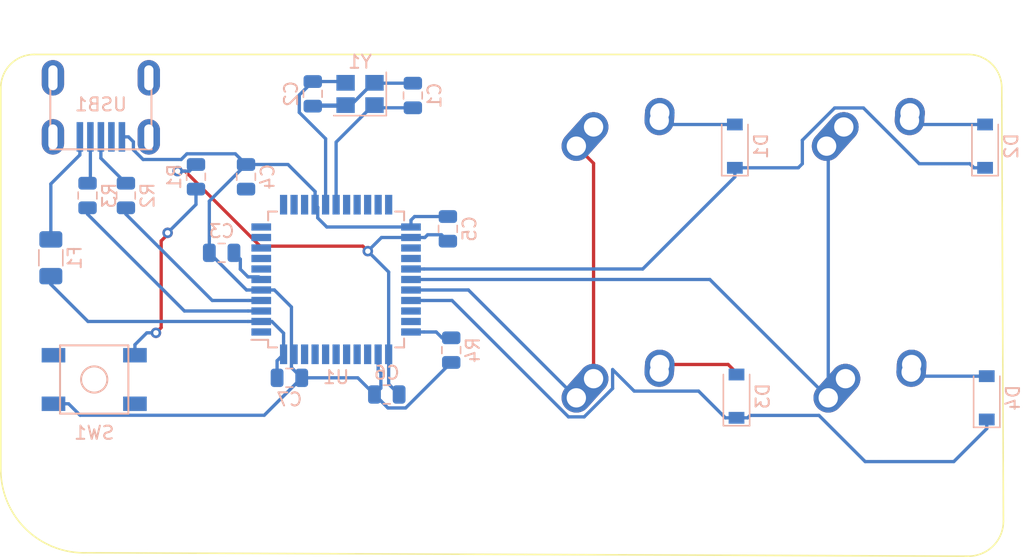
<source format=kicad_pcb>
(kicad_pcb (version 20171130) (host pcbnew "(5.1.5)-3")

  (general
    (thickness 1.6)
    (drawings 8)
    (tracks 176)
    (zones 0)
    (modules 24)
    (nets 45)
  )

  (page A4)
  (layers
    (0 F.Cu signal)
    (31 B.Cu signal)
    (32 B.Adhes user)
    (33 F.Adhes user)
    (34 B.Paste user)
    (35 F.Paste user)
    (36 B.SilkS user)
    (37 F.SilkS user)
    (38 B.Mask user)
    (39 F.Mask user)
    (40 Dwgs.User user)
    (41 Cmts.User user)
    (42 Eco1.User user)
    (43 Eco2.User user)
    (44 Edge.Cuts user)
    (45 Margin user)
    (46 B.CrtYd user)
    (47 F.CrtYd user)
    (48 B.Fab user)
    (49 F.Fab user)
  )

  (setup
    (last_trace_width 0.25)
    (trace_clearance 0.2)
    (zone_clearance 0.508)
    (zone_45_only no)
    (trace_min 0.2)
    (via_size 0.8)
    (via_drill 0.4)
    (via_min_size 0.4)
    (via_min_drill 0.3)
    (uvia_size 0.3)
    (uvia_drill 0.1)
    (uvias_allowed no)
    (uvia_min_size 0.2)
    (uvia_min_drill 0.1)
    (edge_width 0.05)
    (segment_width 0.2)
    (pcb_text_width 0.3)
    (pcb_text_size 1.5 1.5)
    (mod_edge_width 0.12)
    (mod_text_size 1 1)
    (mod_text_width 0.15)
    (pad_size 1.524 1.524)
    (pad_drill 0.762)
    (pad_to_mask_clearance 0.051)
    (solder_mask_min_width 0.25)
    (aux_axis_origin 0 0)
    (visible_elements FFFFFF7F)
    (pcbplotparams
      (layerselection 0x010fc_ffffffff)
      (usegerberextensions false)
      (usegerberattributes false)
      (usegerberadvancedattributes false)
      (creategerberjobfile false)
      (excludeedgelayer true)
      (linewidth 0.100000)
      (plotframeref false)
      (viasonmask false)
      (mode 1)
      (useauxorigin false)
      (hpglpennumber 1)
      (hpglpenspeed 20)
      (hpglpendiameter 15.000000)
      (psnegative false)
      (psa4output false)
      (plotreference true)
      (plotvalue true)
      (plotinvisibletext false)
      (padsonsilk false)
      (subtractmaskfromsilk false)
      (outputformat 1)
      (mirror false)
      (drillshape 1)
      (scaleselection 1)
      (outputdirectory ""))
  )

  (net 0 "")
  (net 1 GND)
  (net 2 "Net-(C1-Pad1)")
  (net 3 "Net-(C2-Pad1)")
  (net 4 "Net-(C3-Pad1)")
  (net 5 +5V)
  (net 6 "Net-(D1-Pad2)")
  (net 7 ROW0)
  (net 8 "Net-(D2-Pad2)")
  (net 9 "Net-(D3-Pad2)")
  (net 10 ROW1)
  (net 11 "Net-(D4-Pad2)")
  (net 12 VCC)
  (net 13 COL0)
  (net 14 COL1)
  (net 15 "Net-(R1-Pad2)")
  (net 16 D+)
  (net 17 "Net-(R2-Pad1)")
  (net 18 D-)
  (net 19 "Net-(R3-Pad1)")
  (net 20 "Net-(R4-Pad2)")
  (net 21 "Net-(U1-Pad42)")
  (net 22 "Net-(U1-Pad41)")
  (net 23 "Net-(U1-Pad40)")
  (net 24 "Net-(U1-Pad39)")
  (net 25 "Net-(U1-Pad38)")
  (net 26 "Net-(U1-Pad37)")
  (net 27 "Net-(U1-Pad36)")
  (net 28 "Net-(U1-Pad32)")
  (net 29 "Net-(U1-Pad31)")
  (net 30 "Net-(U1-Pad26)")
  (net 31 "Net-(U1-Pad25)")
  (net 32 "Net-(U1-Pad22)")
  (net 33 "Net-(U1-Pad21)")
  (net 34 "Net-(U1-Pad20)")
  (net 35 "Net-(U1-Pad19)")
  (net 36 "Net-(U1-Pad18)")
  (net 37 "Net-(U1-Pad12)")
  (net 38 "Net-(U1-Pad11)")
  (net 39 "Net-(U1-Pad10)")
  (net 40 "Net-(U1-Pad9)")
  (net 41 "Net-(U1-Pad8)")
  (net 42 "Net-(U1-Pad1)")
  (net 43 "Net-(USB1-Pad6)")
  (net 44 "Net-(USB1-Pad2)")

  (net_class Default "This is the default net class."
    (clearance 0.2)
    (trace_width 0.25)
    (via_dia 0.8)
    (via_drill 0.4)
    (uvia_dia 0.3)
    (uvia_drill 0.1)
    (add_net COL0)
    (add_net COL1)
    (add_net D+)
    (add_net D-)
    (add_net "Net-(C1-Pad1)")
    (add_net "Net-(C2-Pad1)")
    (add_net "Net-(C3-Pad1)")
    (add_net "Net-(D1-Pad2)")
    (add_net "Net-(D2-Pad2)")
    (add_net "Net-(D3-Pad2)")
    (add_net "Net-(D4-Pad2)")
    (add_net "Net-(R1-Pad2)")
    (add_net "Net-(R2-Pad1)")
    (add_net "Net-(R3-Pad1)")
    (add_net "Net-(R4-Pad2)")
    (add_net "Net-(U1-Pad1)")
    (add_net "Net-(U1-Pad10)")
    (add_net "Net-(U1-Pad11)")
    (add_net "Net-(U1-Pad12)")
    (add_net "Net-(U1-Pad18)")
    (add_net "Net-(U1-Pad19)")
    (add_net "Net-(U1-Pad20)")
    (add_net "Net-(U1-Pad21)")
    (add_net "Net-(U1-Pad22)")
    (add_net "Net-(U1-Pad25)")
    (add_net "Net-(U1-Pad26)")
    (add_net "Net-(U1-Pad31)")
    (add_net "Net-(U1-Pad32)")
    (add_net "Net-(U1-Pad36)")
    (add_net "Net-(U1-Pad37)")
    (add_net "Net-(U1-Pad38)")
    (add_net "Net-(U1-Pad39)")
    (add_net "Net-(U1-Pad40)")
    (add_net "Net-(U1-Pad41)")
    (add_net "Net-(U1-Pad42)")
    (add_net "Net-(U1-Pad8)")
    (add_net "Net-(U1-Pad9)")
    (add_net "Net-(USB1-Pad2)")
    (add_net "Net-(USB1-Pad6)")
    (add_net ROW0)
    (add_net ROW1)
    (add_net VCC)
  )

  (net_class Power ""
    (clearance 0.2)
    (trace_width 0.25)
    (via_dia 0.8)
    (via_drill 0.4)
    (uvia_dia 0.3)
    (uvia_drill 0.1)
    (add_net +5V)
    (add_net GND)
  )

  (module Crystal:Crystal_SMD_3225-4Pin_3.2x2.5mm (layer B.Cu) (tedit 5A0FD1B2) (tstamp 5EB19676)
    (at 90.848 87.083 180)
    (descr "SMD Crystal SERIES SMD3225/4 http://www.txccrystal.com/images/pdf/7m-accuracy.pdf, 3.2x2.5mm^2 package")
    (tags "SMD SMT crystal")
    (path /5EB58928)
    (attr smd)
    (fp_text reference Y1 (at 0 2.45) (layer B.SilkS)
      (effects (font (size 1 1) (thickness 0.15)) (justify mirror))
    )
    (fp_text value 16MHz (at 0 -2.45) (layer B.Fab)
      (effects (font (size 1 1) (thickness 0.15)) (justify mirror))
    )
    (fp_line (start 2.1 1.7) (end -2.1 1.7) (layer B.CrtYd) (width 0.05))
    (fp_line (start 2.1 -1.7) (end 2.1 1.7) (layer B.CrtYd) (width 0.05))
    (fp_line (start -2.1 -1.7) (end 2.1 -1.7) (layer B.CrtYd) (width 0.05))
    (fp_line (start -2.1 1.7) (end -2.1 -1.7) (layer B.CrtYd) (width 0.05))
    (fp_line (start -2 -1.65) (end 2 -1.65) (layer B.SilkS) (width 0.12))
    (fp_line (start -2 1.65) (end -2 -1.65) (layer B.SilkS) (width 0.12))
    (fp_line (start -1.6 -0.25) (end -0.6 -1.25) (layer B.Fab) (width 0.1))
    (fp_line (start 1.6 1.25) (end -1.6 1.25) (layer B.Fab) (width 0.1))
    (fp_line (start 1.6 -1.25) (end 1.6 1.25) (layer B.Fab) (width 0.1))
    (fp_line (start -1.6 -1.25) (end 1.6 -1.25) (layer B.Fab) (width 0.1))
    (fp_line (start -1.6 1.25) (end -1.6 -1.25) (layer B.Fab) (width 0.1))
    (fp_text user %R (at 0 0) (layer B.Fab)
      (effects (font (size 0.7 0.7) (thickness 0.105)) (justify mirror))
    )
    (pad 4 smd rect (at -1.1 0.85 180) (size 1.4 1.2) (layers B.Cu B.Paste B.Mask)
      (net 1 GND))
    (pad 3 smd rect (at 1.1 0.85 180) (size 1.4 1.2) (layers B.Cu B.Paste B.Mask)
      (net 3 "Net-(C2-Pad1)"))
    (pad 2 smd rect (at 1.1 -0.85 180) (size 1.4 1.2) (layers B.Cu B.Paste B.Mask)
      (net 1 GND))
    (pad 1 smd rect (at -1.1 -0.85 180) (size 1.4 1.2) (layers B.Cu B.Paste B.Mask)
      (net 2 "Net-(C1-Pad1)"))
    (model ${KISYS3DMOD}/Crystal.3dshapes/Crystal_SMD_3225-4Pin_3.2x2.5mm.wrl
      (at (xyz 0 0 0))
      (scale (xyz 1 1 1))
      (rotate (xyz 0 0 0))
    )
  )

  (module random-keyboard-parts:Molex-0548190589 (layer B.Cu) (tedit 5C494815) (tstamp 5EB19662)
    (at 71.12 85.852 270)
    (path /5EB6F4D1)
    (attr smd)
    (fp_text reference USB1 (at 2.032 0) (layer B.SilkS)
      (effects (font (size 1 1) (thickness 0.15)) (justify mirror))
    )
    (fp_text value Molex-0548190589 (at -5.08 0) (layer Dwgs.User)
      (effects (font (size 1 1) (thickness 0.15)))
    )
    (fp_text user %R (at 2 0) (layer B.CrtYd)
      (effects (font (size 1 1) (thickness 0.15)) (justify mirror))
    )
    (fp_line (start 3.25 1.25) (end 5.5 1.25) (layer B.CrtYd) (width 0.15))
    (fp_line (start 5.5 0.5) (end 3.25 0.5) (layer B.CrtYd) (width 0.15))
    (fp_line (start 3.25 -0.5) (end 5.5 -0.5) (layer B.CrtYd) (width 0.15))
    (fp_line (start 5.5 -1.25) (end 3.25 -1.25) (layer B.CrtYd) (width 0.15))
    (fp_line (start 3.25 -2) (end 5.5 -2) (layer B.CrtYd) (width 0.15))
    (fp_line (start 3.25 2) (end 3.25 -2) (layer B.CrtYd) (width 0.15))
    (fp_line (start 5.5 2) (end 3.25 2) (layer B.CrtYd) (width 0.15))
    (fp_line (start -3.75 -3.75) (end -3.75 3.75) (layer B.CrtYd) (width 0.15))
    (fp_line (start 5.5 -3.75) (end -3.75 -3.75) (layer B.CrtYd) (width 0.15))
    (fp_line (start 5.5 3.75) (end 5.5 -3.75) (layer B.CrtYd) (width 0.15))
    (fp_line (start -3.75 3.75) (end 5.5 3.75) (layer B.CrtYd) (width 0.15))
    (fp_line (start 0 3.85) (end 5.45 3.85) (layer B.SilkS) (width 0.15))
    (fp_line (start 0 -3.85) (end 5.45 -3.85) (layer B.SilkS) (width 0.15))
    (fp_line (start 5.45 3.85) (end 5.45 -3.85) (layer B.SilkS) (width 0.15))
    (fp_line (start -3.75 3.85) (end 0 3.85) (layer Dwgs.User) (width 0.15))
    (fp_line (start -3.75 -3.85) (end 0 -3.85) (layer Dwgs.User) (width 0.15))
    (fp_line (start -1.75 4.572) (end -1.75 -4.572) (layer Dwgs.User) (width 0.15))
    (fp_line (start -3.75 3.85) (end -3.75 -3.85) (layer Dwgs.User) (width 0.15))
    (pad 6 thru_hole oval (at 0 3.65 270) (size 2.7 1.7) (drill oval 1.9 0.7) (layers *.Cu *.Mask)
      (net 43 "Net-(USB1-Pad6)"))
    (pad 6 thru_hole oval (at 0 -3.65 270) (size 2.7 1.7) (drill oval 1.9 0.7) (layers *.Cu *.Mask)
      (net 43 "Net-(USB1-Pad6)"))
    (pad 6 thru_hole oval (at 4.5 -3.65 270) (size 2.7 1.7) (drill oval 1.9 0.7) (layers *.Cu *.Mask)
      (net 43 "Net-(USB1-Pad6)"))
    (pad 6 thru_hole oval (at 4.5 3.65 270) (size 2.7 1.7) (drill oval 1.9 0.7) (layers *.Cu *.Mask)
      (net 43 "Net-(USB1-Pad6)"))
    (pad 5 smd rect (at 4.5 1.6 270) (size 2.25 0.5) (layers B.Cu B.Paste B.Mask)
      (net 12 VCC))
    (pad 4 smd rect (at 4.5 0.8 270) (size 2.25 0.5) (layers B.Cu B.Paste B.Mask)
      (net 18 D-))
    (pad 3 smd rect (at 4.5 0 270) (size 2.25 0.5) (layers B.Cu B.Paste B.Mask)
      (net 16 D+))
    (pad 2 smd rect (at 4.5 -0.8 270) (size 2.25 0.5) (layers B.Cu B.Paste B.Mask)
      (net 44 "Net-(USB1-Pad2)"))
    (pad 1 smd rect (at 4.5 -1.6 270) (size 2.25 0.5) (layers B.Cu B.Paste B.Mask)
      (net 1 GND))
  )

  (module Package_QFP:TQFP-44_10x10mm_P0.8mm (layer B.Cu) (tedit 5A02F146) (tstamp 5EB19642)
    (at 89.027 101.219)
    (descr "44-Lead Plastic Thin Quad Flatpack (PT) - 10x10x1.0 mm Body [TQFP] (see Microchip Packaging Specification 00000049BS.pdf)")
    (tags "QFP 0.8")
    (path /5EB110C7)
    (attr smd)
    (fp_text reference U1 (at 0 7.45) (layer B.SilkS)
      (effects (font (size 1 1) (thickness 0.15)) (justify mirror))
    )
    (fp_text value ATmega32U4-AU (at -0.635 -7.366) (layer B.Fab)
      (effects (font (size 1 1) (thickness 0.15)) (justify mirror))
    )
    (fp_line (start -5.175 4.6) (end -6.45 4.6) (layer B.SilkS) (width 0.15))
    (fp_line (start 5.175 5.175) (end 4.5 5.175) (layer B.SilkS) (width 0.15))
    (fp_line (start 5.175 -5.175) (end 4.5 -5.175) (layer B.SilkS) (width 0.15))
    (fp_line (start -5.175 -5.175) (end -4.5 -5.175) (layer B.SilkS) (width 0.15))
    (fp_line (start -5.175 5.175) (end -4.5 5.175) (layer B.SilkS) (width 0.15))
    (fp_line (start -5.175 -5.175) (end -5.175 -4.5) (layer B.SilkS) (width 0.15))
    (fp_line (start 5.175 -5.175) (end 5.175 -4.5) (layer B.SilkS) (width 0.15))
    (fp_line (start 5.175 5.175) (end 5.175 4.5) (layer B.SilkS) (width 0.15))
    (fp_line (start -5.175 5.175) (end -5.175 4.6) (layer B.SilkS) (width 0.15))
    (fp_line (start -6.7 -6.7) (end 6.7 -6.7) (layer B.CrtYd) (width 0.05))
    (fp_line (start -6.7 6.7) (end 6.7 6.7) (layer B.CrtYd) (width 0.05))
    (fp_line (start 6.7 6.7) (end 6.7 -6.7) (layer B.CrtYd) (width 0.05))
    (fp_line (start -6.7 6.7) (end -6.7 -6.7) (layer B.CrtYd) (width 0.05))
    (fp_line (start -5 4) (end -4 5) (layer B.Fab) (width 0.15))
    (fp_line (start -5 -5) (end -5 4) (layer B.Fab) (width 0.15))
    (fp_line (start 5 -5) (end -5 -5) (layer B.Fab) (width 0.15))
    (fp_line (start 5 5) (end 5 -5) (layer B.Fab) (width 0.15))
    (fp_line (start -4 5) (end 5 5) (layer B.Fab) (width 0.15))
    (fp_text user %R (at 0.069 0.162) (layer B.Fab)
      (effects (font (size 1 1) (thickness 0.15)) (justify mirror))
    )
    (pad 44 smd rect (at -4 5.7 270) (size 1.5 0.55) (layers B.Cu B.Paste B.Mask)
      (net 5 +5V))
    (pad 43 smd rect (at -3.2 5.7 270) (size 1.5 0.55) (layers B.Cu B.Paste B.Mask)
      (net 1 GND))
    (pad 42 smd rect (at -2.4 5.7 270) (size 1.5 0.55) (layers B.Cu B.Paste B.Mask)
      (net 21 "Net-(U1-Pad42)"))
    (pad 41 smd rect (at -1.6 5.7 270) (size 1.5 0.55) (layers B.Cu B.Paste B.Mask)
      (net 22 "Net-(U1-Pad41)"))
    (pad 40 smd rect (at -0.8 5.7 270) (size 1.5 0.55) (layers B.Cu B.Paste B.Mask)
      (net 23 "Net-(U1-Pad40)"))
    (pad 39 smd rect (at 0 5.7 270) (size 1.5 0.55) (layers B.Cu B.Paste B.Mask)
      (net 24 "Net-(U1-Pad39)"))
    (pad 38 smd rect (at 0.8 5.7 270) (size 1.5 0.55) (layers B.Cu B.Paste B.Mask)
      (net 25 "Net-(U1-Pad38)"))
    (pad 37 smd rect (at 1.6 5.7 270) (size 1.5 0.55) (layers B.Cu B.Paste B.Mask)
      (net 26 "Net-(U1-Pad37)"))
    (pad 36 smd rect (at 2.4 5.7 270) (size 1.5 0.55) (layers B.Cu B.Paste B.Mask)
      (net 27 "Net-(U1-Pad36)"))
    (pad 35 smd rect (at 3.2 5.7 270) (size 1.5 0.55) (layers B.Cu B.Paste B.Mask)
      (net 1 GND))
    (pad 34 smd rect (at 4 5.7 270) (size 1.5 0.55) (layers B.Cu B.Paste B.Mask)
      (net 5 +5V))
    (pad 33 smd rect (at 5.7 4) (size 1.5 0.55) (layers B.Cu B.Paste B.Mask)
      (net 20 "Net-(R4-Pad2)"))
    (pad 32 smd rect (at 5.7 3.2) (size 1.5 0.55) (layers B.Cu B.Paste B.Mask)
      (net 28 "Net-(U1-Pad32)"))
    (pad 31 smd rect (at 5.7 2.4) (size 1.5 0.55) (layers B.Cu B.Paste B.Mask)
      (net 29 "Net-(U1-Pad31)"))
    (pad 30 smd rect (at 5.7 1.6) (size 1.5 0.55) (layers B.Cu B.Paste B.Mask)
      (net 10 ROW1))
    (pad 29 smd rect (at 5.7 0.8) (size 1.5 0.55) (layers B.Cu B.Paste B.Mask)
      (net 13 COL0))
    (pad 28 smd rect (at 5.7 0) (size 1.5 0.55) (layers B.Cu B.Paste B.Mask)
      (net 14 COL1))
    (pad 27 smd rect (at 5.7 -0.8) (size 1.5 0.55) (layers B.Cu B.Paste B.Mask)
      (net 7 ROW0))
    (pad 26 smd rect (at 5.7 -1.6) (size 1.5 0.55) (layers B.Cu B.Paste B.Mask)
      (net 30 "Net-(U1-Pad26)"))
    (pad 25 smd rect (at 5.7 -2.4) (size 1.5 0.55) (layers B.Cu B.Paste B.Mask)
      (net 31 "Net-(U1-Pad25)"))
    (pad 24 smd rect (at 5.7 -3.2) (size 1.5 0.55) (layers B.Cu B.Paste B.Mask)
      (net 5 +5V))
    (pad 23 smd rect (at 5.7 -4) (size 1.5 0.55) (layers B.Cu B.Paste B.Mask)
      (net 1 GND))
    (pad 22 smd rect (at 4 -5.7 270) (size 1.5 0.55) (layers B.Cu B.Paste B.Mask)
      (net 32 "Net-(U1-Pad22)"))
    (pad 21 smd rect (at 3.2 -5.7 270) (size 1.5 0.55) (layers B.Cu B.Paste B.Mask)
      (net 33 "Net-(U1-Pad21)"))
    (pad 20 smd rect (at 2.4 -5.7 270) (size 1.5 0.55) (layers B.Cu B.Paste B.Mask)
      (net 34 "Net-(U1-Pad20)"))
    (pad 19 smd rect (at 1.6 -5.7 270) (size 1.5 0.55) (layers B.Cu B.Paste B.Mask)
      (net 35 "Net-(U1-Pad19)"))
    (pad 18 smd rect (at 0.8 -5.7 270) (size 1.5 0.55) (layers B.Cu B.Paste B.Mask)
      (net 36 "Net-(U1-Pad18)"))
    (pad 17 smd rect (at 0 -5.7 270) (size 1.5 0.55) (layers B.Cu B.Paste B.Mask)
      (net 2 "Net-(C1-Pad1)"))
    (pad 16 smd rect (at -0.8 -5.7 270) (size 1.5 0.55) (layers B.Cu B.Paste B.Mask)
      (net 3 "Net-(C2-Pad1)"))
    (pad 15 smd rect (at -1.6 -5.7 270) (size 1.5 0.55) (layers B.Cu B.Paste B.Mask)
      (net 1 GND))
    (pad 14 smd rect (at -2.4 -5.7 270) (size 1.5 0.55) (layers B.Cu B.Paste B.Mask)
      (net 5 +5V))
    (pad 13 smd rect (at -3.2 -5.7 270) (size 1.5 0.55) (layers B.Cu B.Paste B.Mask)
      (net 15 "Net-(R1-Pad2)"))
    (pad 12 smd rect (at -4 -5.7 270) (size 1.5 0.55) (layers B.Cu B.Paste B.Mask)
      (net 37 "Net-(U1-Pad12)"))
    (pad 11 smd rect (at -5.7 -4) (size 1.5 0.55) (layers B.Cu B.Paste B.Mask)
      (net 38 "Net-(U1-Pad11)"))
    (pad 10 smd rect (at -5.7 -3.2) (size 1.5 0.55) (layers B.Cu B.Paste B.Mask)
      (net 39 "Net-(U1-Pad10)"))
    (pad 9 smd rect (at -5.7 -2.4) (size 1.5 0.55) (layers B.Cu B.Paste B.Mask)
      (net 40 "Net-(U1-Pad9)"))
    (pad 8 smd rect (at -5.7 -1.6) (size 1.5 0.55) (layers B.Cu B.Paste B.Mask)
      (net 41 "Net-(U1-Pad8)"))
    (pad 7 smd rect (at -5.7 -0.8) (size 1.5 0.55) (layers B.Cu B.Paste B.Mask)
      (net 5 +5V))
    (pad 6 smd rect (at -5.7 0) (size 1.5 0.55) (layers B.Cu B.Paste B.Mask)
      (net 4 "Net-(C3-Pad1)"))
    (pad 5 smd rect (at -5.7 0.8) (size 1.5 0.55) (layers B.Cu B.Paste B.Mask)
      (net 1 GND))
    (pad 4 smd rect (at -5.7 1.6) (size 1.5 0.55) (layers B.Cu B.Paste B.Mask)
      (net 17 "Net-(R2-Pad1)"))
    (pad 3 smd rect (at -5.7 2.4) (size 1.5 0.55) (layers B.Cu B.Paste B.Mask)
      (net 19 "Net-(R3-Pad1)"))
    (pad 2 smd rect (at -5.7 3.2) (size 1.5 0.55) (layers B.Cu B.Paste B.Mask)
      (net 5 +5V))
    (pad 1 smd rect (at -5.7 4) (size 1.5 0.55) (layers B.Cu B.Paste B.Mask)
      (net 42 "Net-(U1-Pad1)"))
    (model ${KISYS3DMOD}/Package_QFP.3dshapes/TQFP-44_10x10mm_P0.8mm.wrl
      (at (xyz 0 0 0))
      (scale (xyz 1 1 1))
      (rotate (xyz 0 0 0))
    )
  )

  (module random-keyboard-parts:SKQG-1155865 (layer B.Cu) (tedit 5E62B398) (tstamp 5EB195FF)
    (at 70.612 108.839 180)
    (path /5EB65830)
    (attr smd)
    (fp_text reference SW1 (at 0 -4.064) (layer B.SilkS)
      (effects (font (size 1 1) (thickness 0.15)) (justify mirror))
    )
    (fp_text value SW_Push (at 0 4.064) (layer B.Fab)
      (effects (font (size 1 1) (thickness 0.15)) (justify mirror))
    )
    (fp_line (start -2.6 2.6) (end 2.6 2.6) (layer B.SilkS) (width 0.15))
    (fp_line (start 2.6 2.6) (end 2.6 -2.6) (layer B.SilkS) (width 0.15))
    (fp_line (start 2.6 -2.6) (end -2.6 -2.6) (layer B.SilkS) (width 0.15))
    (fp_line (start -2.6 -2.6) (end -2.6 2.6) (layer B.SilkS) (width 0.15))
    (fp_circle (center 0 0) (end 1 0) (layer B.SilkS) (width 0.15))
    (fp_line (start -4.2 2.6) (end 4.2 2.6) (layer B.Fab) (width 0.15))
    (fp_line (start 4.2 2.6) (end 4.2 1.2) (layer B.Fab) (width 0.15))
    (fp_line (start 4.2 1.1) (end 2.6 1.1) (layer B.Fab) (width 0.15))
    (fp_line (start 2.6 1.1) (end 2.6 -1.1) (layer B.Fab) (width 0.15))
    (fp_line (start 2.6 -1.1) (end 4.2 -1.1) (layer B.Fab) (width 0.15))
    (fp_line (start 4.2 -1.1) (end 4.2 -2.6) (layer B.Fab) (width 0.15))
    (fp_line (start 4.2 -2.6) (end -4.2 -2.6) (layer B.Fab) (width 0.15))
    (fp_line (start -4.2 -2.6) (end -4.2 -1.1) (layer B.Fab) (width 0.15))
    (fp_line (start -4.2 -1.1) (end -2.6 -1.1) (layer B.Fab) (width 0.15))
    (fp_line (start -2.6 -1.1) (end -2.6 1.1) (layer B.Fab) (width 0.15))
    (fp_line (start -2.6 1.1) (end -4.2 1.1) (layer B.Fab) (width 0.15))
    (fp_line (start -4.2 1.1) (end -4.2 2.6) (layer B.Fab) (width 0.15))
    (fp_circle (center 0 0) (end 1 0) (layer B.Fab) (width 0.15))
    (fp_line (start -2.6 1.1) (end -1.1 2.6) (layer B.Fab) (width 0.15))
    (fp_line (start 2.6 1.1) (end 1.1 2.6) (layer B.Fab) (width 0.15))
    (fp_line (start 2.6 -1.1) (end 1.1 -2.6) (layer B.Fab) (width 0.15))
    (fp_line (start -2.6 -1.1) (end -1.1 -2.6) (layer B.Fab) (width 0.15))
    (pad 4 smd rect (at -3.1 -1.85 180) (size 1.8 1.1) (layers B.Cu B.Paste B.Mask))
    (pad 3 smd rect (at 3.1 1.85 180) (size 1.8 1.1) (layers B.Cu B.Paste B.Mask))
    (pad 2 smd rect (at -3.1 1.85 180) (size 1.8 1.1) (layers B.Cu B.Paste B.Mask)
      (net 15 "Net-(R1-Pad2)"))
    (pad 1 smd rect (at 3.1 -1.85 180) (size 1.8 1.1) (layers B.Cu B.Paste B.Mask)
      (net 1 GND))
    (model ${KISYS3DMOD}/Button_Switch_SMD.3dshapes/SW_SPST_TL3342.step
      (at (xyz 0 0 0))
      (scale (xyz 1 1 1))
      (rotate (xyz 0 0 0))
    )
  )

  (module Resistor_SMD:R_0805_2012Metric (layer B.Cu) (tedit 5B36C52B) (tstamp 5EB195E1)
    (at 97.79 106.6015 90)
    (descr "Resistor SMD 0805 (2012 Metric), square (rectangular) end terminal, IPC_7351 nominal, (Body size source: https://docs.google.com/spreadsheets/d/1BsfQQcO9C6DZCsRaXUlFlo91Tg2WpOkGARC1WS5S8t0/edit?usp=sharing), generated with kicad-footprint-generator")
    (tags resistor)
    (path /5EB19C10)
    (attr smd)
    (fp_text reference R4 (at 0 1.65 90) (layer B.SilkS)
      (effects (font (size 1 1) (thickness 0.15)) (justify mirror))
    )
    (fp_text value 10k (at 0 -1.65 90) (layer B.Fab)
      (effects (font (size 1 1) (thickness 0.15)) (justify mirror))
    )
    (fp_text user %R (at 0.8105 -0.254 90) (layer B.Fab)
      (effects (font (size 0.5 0.5) (thickness 0.08)) (justify mirror))
    )
    (fp_line (start 1.68 -0.95) (end -1.68 -0.95) (layer B.CrtYd) (width 0.05))
    (fp_line (start 1.68 0.95) (end 1.68 -0.95) (layer B.CrtYd) (width 0.05))
    (fp_line (start -1.68 0.95) (end 1.68 0.95) (layer B.CrtYd) (width 0.05))
    (fp_line (start -1.68 -0.95) (end -1.68 0.95) (layer B.CrtYd) (width 0.05))
    (fp_line (start -0.258578 -0.71) (end 0.258578 -0.71) (layer B.SilkS) (width 0.12))
    (fp_line (start -0.258578 0.71) (end 0.258578 0.71) (layer B.SilkS) (width 0.12))
    (fp_line (start 1 -0.6) (end -1 -0.6) (layer B.Fab) (width 0.1))
    (fp_line (start 1 0.6) (end 1 -0.6) (layer B.Fab) (width 0.1))
    (fp_line (start -1 0.6) (end 1 0.6) (layer B.Fab) (width 0.1))
    (fp_line (start -1 -0.6) (end -1 0.6) (layer B.Fab) (width 0.1))
    (pad 2 smd roundrect (at 0.9375 0 90) (size 0.975 1.4) (layers B.Cu B.Paste B.Mask) (roundrect_rratio 0.25)
      (net 20 "Net-(R4-Pad2)"))
    (pad 1 smd roundrect (at -0.9375 0 90) (size 0.975 1.4) (layers B.Cu B.Paste B.Mask) (roundrect_rratio 0.25)
      (net 1 GND))
    (model ${KISYS3DMOD}/Resistor_SMD.3dshapes/R_0805_2012Metric.wrl
      (at (xyz 0 0 0))
      (scale (xyz 1 1 1))
      (rotate (xyz 0 0 0))
    )
  )

  (module Resistor_SMD:R_0805_2012Metric (layer B.Cu) (tedit 5B36C52B) (tstamp 5EB195D0)
    (at 70.104 94.8205 90)
    (descr "Resistor SMD 0805 (2012 Metric), square (rectangular) end terminal, IPC_7351 nominal, (Body size source: https://docs.google.com/spreadsheets/d/1BsfQQcO9C6DZCsRaXUlFlo91Tg2WpOkGARC1WS5S8t0/edit?usp=sharing), generated with kicad-footprint-generator")
    (tags resistor)
    (path /5EB22140)
    (attr smd)
    (fp_text reference R3 (at 0 1.65 270) (layer B.SilkS)
      (effects (font (size 1 1) (thickness 0.15)) (justify mirror))
    )
    (fp_text value 22 (at 0 -1.65 270) (layer B.Fab)
      (effects (font (size 1 1) (thickness 0.15)) (justify mirror))
    )
    (fp_text user %R (at 0 0 270) (layer B.Fab)
      (effects (font (size 0.5 0.5) (thickness 0.08)) (justify mirror))
    )
    (fp_line (start 1.68 -0.95) (end -1.68 -0.95) (layer B.CrtYd) (width 0.05))
    (fp_line (start 1.68 0.95) (end 1.68 -0.95) (layer B.CrtYd) (width 0.05))
    (fp_line (start -1.68 0.95) (end 1.68 0.95) (layer B.CrtYd) (width 0.05))
    (fp_line (start -1.68 -0.95) (end -1.68 0.95) (layer B.CrtYd) (width 0.05))
    (fp_line (start -0.258578 -0.71) (end 0.258578 -0.71) (layer B.SilkS) (width 0.12))
    (fp_line (start -0.258578 0.71) (end 0.258578 0.71) (layer B.SilkS) (width 0.12))
    (fp_line (start 1 -0.6) (end -1 -0.6) (layer B.Fab) (width 0.1))
    (fp_line (start 1 0.6) (end 1 -0.6) (layer B.Fab) (width 0.1))
    (fp_line (start -1 0.6) (end 1 0.6) (layer B.Fab) (width 0.1))
    (fp_line (start -1 -0.6) (end -1 0.6) (layer B.Fab) (width 0.1))
    (pad 2 smd roundrect (at 0.9375 0 90) (size 0.975 1.4) (layers B.Cu B.Paste B.Mask) (roundrect_rratio 0.25)
      (net 18 D-))
    (pad 1 smd roundrect (at -0.9375 0 90) (size 0.975 1.4) (layers B.Cu B.Paste B.Mask) (roundrect_rratio 0.25)
      (net 19 "Net-(R3-Pad1)"))
    (model ${KISYS3DMOD}/Resistor_SMD.3dshapes/R_0805_2012Metric.wrl
      (at (xyz 0 0 0))
      (scale (xyz 1 1 1))
      (rotate (xyz 0 0 0))
    )
  )

  (module Resistor_SMD:R_0805_2012Metric (layer B.Cu) (tedit 5B36C52B) (tstamp 5EB195BF)
    (at 73.025 94.8205 90)
    (descr "Resistor SMD 0805 (2012 Metric), square (rectangular) end terminal, IPC_7351 nominal, (Body size source: https://docs.google.com/spreadsheets/d/1BsfQQcO9C6DZCsRaXUlFlo91Tg2WpOkGARC1WS5S8t0/edit?usp=sharing), generated with kicad-footprint-generator")
    (tags resistor)
    (path /5EB2186D)
    (attr smd)
    (fp_text reference R2 (at 0 1.65 90) (layer B.SilkS)
      (effects (font (size 1 1) (thickness 0.15)) (justify mirror))
    )
    (fp_text value 22 (at 0 -1.65 90) (layer B.Fab)
      (effects (font (size 1 1) (thickness 0.15)) (justify mirror))
    )
    (fp_text user %R (at 0 0 90) (layer B.Fab)
      (effects (font (size 0.5 0.5) (thickness 0.08)) (justify mirror))
    )
    (fp_line (start 1.68 -0.95) (end -1.68 -0.95) (layer B.CrtYd) (width 0.05))
    (fp_line (start 1.68 0.95) (end 1.68 -0.95) (layer B.CrtYd) (width 0.05))
    (fp_line (start -1.68 0.95) (end 1.68 0.95) (layer B.CrtYd) (width 0.05))
    (fp_line (start -1.68 -0.95) (end -1.68 0.95) (layer B.CrtYd) (width 0.05))
    (fp_line (start -0.258578 -0.71) (end 0.258578 -0.71) (layer B.SilkS) (width 0.12))
    (fp_line (start -0.258578 0.71) (end 0.258578 0.71) (layer B.SilkS) (width 0.12))
    (fp_line (start 1 -0.6) (end -1 -0.6) (layer B.Fab) (width 0.1))
    (fp_line (start 1 0.6) (end 1 -0.6) (layer B.Fab) (width 0.1))
    (fp_line (start -1 0.6) (end 1 0.6) (layer B.Fab) (width 0.1))
    (fp_line (start -1 -0.6) (end -1 0.6) (layer B.Fab) (width 0.1))
    (pad 2 smd roundrect (at 0.9375 0 90) (size 0.975 1.4) (layers B.Cu B.Paste B.Mask) (roundrect_rratio 0.25)
      (net 16 D+))
    (pad 1 smd roundrect (at -0.9375 0 90) (size 0.975 1.4) (layers B.Cu B.Paste B.Mask) (roundrect_rratio 0.25)
      (net 17 "Net-(R2-Pad1)"))
    (model ${KISYS3DMOD}/Resistor_SMD.3dshapes/R_0805_2012Metric.wrl
      (at (xyz 0 0 0))
      (scale (xyz 1 1 1))
      (rotate (xyz 0 0 0))
    )
  )

  (module Resistor_SMD:R_0805_2012Metric (layer B.Cu) (tedit 5B36C52B) (tstamp 5EB195AE)
    (at 78.359 93.3935 270)
    (descr "Resistor SMD 0805 (2012 Metric), square (rectangular) end terminal, IPC_7351 nominal, (Body size source: https://docs.google.com/spreadsheets/d/1BsfQQcO9C6DZCsRaXUlFlo91Tg2WpOkGARC1WS5S8t0/edit?usp=sharing), generated with kicad-footprint-generator")
    (tags resistor)
    (path /5EB68DE7)
    (attr smd)
    (fp_text reference R1 (at 0 1.65 90) (layer B.SilkS)
      (effects (font (size 1 1) (thickness 0.15)) (justify mirror))
    )
    (fp_text value 10k (at 0 -1.65 90) (layer B.Fab)
      (effects (font (size 1 1) (thickness 0.15)) (justify mirror))
    )
    (fp_text user %R (at 0 0 90) (layer B.Fab)
      (effects (font (size 0.5 0.5) (thickness 0.08)) (justify mirror))
    )
    (fp_line (start 1.68 -0.95) (end -1.68 -0.95) (layer B.CrtYd) (width 0.05))
    (fp_line (start 1.68 0.95) (end 1.68 -0.95) (layer B.CrtYd) (width 0.05))
    (fp_line (start -1.68 0.95) (end 1.68 0.95) (layer B.CrtYd) (width 0.05))
    (fp_line (start -1.68 -0.95) (end -1.68 0.95) (layer B.CrtYd) (width 0.05))
    (fp_line (start -0.258578 -0.71) (end 0.258578 -0.71) (layer B.SilkS) (width 0.12))
    (fp_line (start -0.258578 0.71) (end 0.258578 0.71) (layer B.SilkS) (width 0.12))
    (fp_line (start 1 -0.6) (end -1 -0.6) (layer B.Fab) (width 0.1))
    (fp_line (start 1 0.6) (end 1 -0.6) (layer B.Fab) (width 0.1))
    (fp_line (start -1 0.6) (end 1 0.6) (layer B.Fab) (width 0.1))
    (fp_line (start -1 -0.6) (end -1 0.6) (layer B.Fab) (width 0.1))
    (pad 2 smd roundrect (at 0.9375 0 270) (size 0.975 1.4) (layers B.Cu B.Paste B.Mask) (roundrect_rratio 0.25)
      (net 15 "Net-(R1-Pad2)"))
    (pad 1 smd roundrect (at -0.9375 0 270) (size 0.975 1.4) (layers B.Cu B.Paste B.Mask) (roundrect_rratio 0.25)
      (net 5 +5V))
    (model ${KISYS3DMOD}/Resistor_SMD.3dshapes/R_0805_2012Metric.wrl
      (at (xyz 0 0 0))
      (scale (xyz 1 1 1))
      (rotate (xyz 0 0 0))
    )
  )

  (module MX_Alps_Hybrid:MX-1U-NoLED (layer F.Cu) (tedit 5A9F5203) (tstamp 5EB1959D)
    (at 130.302 112.776)
    (path /5EBD2CE2)
    (fp_text reference MX4 (at 0 3.175) (layer Dwgs.User)
      (effects (font (size 1 1) (thickness 0.15)))
    )
    (fp_text value MX-NoLED (at 0 -7.9375) (layer Dwgs.User)
      (effects (font (size 1 1) (thickness 0.15)))
    )
    (fp_line (start -9.525 9.525) (end -9.525 -9.525) (layer Dwgs.User) (width 0.15))
    (fp_line (start 9.525 9.525) (end -9.525 9.525) (layer Dwgs.User) (width 0.15))
    (fp_line (start 9.525 -9.525) (end 9.525 9.525) (layer Dwgs.User) (width 0.15))
    (fp_line (start -9.525 -9.525) (end 9.525 -9.525) (layer Dwgs.User) (width 0.15))
    (fp_line (start -7 -7) (end -7 -5) (layer Dwgs.User) (width 0.15))
    (fp_line (start -5 -7) (end -7 -7) (layer Dwgs.User) (width 0.15))
    (fp_line (start -7 7) (end -5 7) (layer Dwgs.User) (width 0.15))
    (fp_line (start -7 5) (end -7 7) (layer Dwgs.User) (width 0.15))
    (fp_line (start 7 7) (end 7 5) (layer Dwgs.User) (width 0.15))
    (fp_line (start 5 7) (end 7 7) (layer Dwgs.User) (width 0.15))
    (fp_line (start 7 -7) (end 7 -5) (layer Dwgs.User) (width 0.15))
    (fp_line (start 5 -7) (end 7 -7) (layer Dwgs.User) (width 0.15))
    (pad "" np_thru_hole circle (at 5.08 0 48.0996) (size 1.75 1.75) (drill 1.75) (layers *.Cu *.Mask))
    (pad "" np_thru_hole circle (at -5.08 0 48.0996) (size 1.75 1.75) (drill 1.75) (layers *.Cu *.Mask))
    (pad 1 thru_hole circle (at -2.5 -4) (size 2.25 2.25) (drill 1.47) (layers *.Cu B.Mask)
      (net 14 COL1))
    (pad "" np_thru_hole circle (at 0 0) (size 3.9878 3.9878) (drill 3.9878) (layers *.Cu *.Mask))
    (pad 1 thru_hole oval (at -3.81 -2.54 48.0996) (size 4.211556 2.25) (drill 1.47 (offset 0.980778 0)) (layers *.Cu B.Mask)
      (net 14 COL1))
    (pad 2 thru_hole circle (at 2.54 -5.08) (size 2.25 2.25) (drill 1.47) (layers *.Cu B.Mask)
      (net 11 "Net-(D4-Pad2)"))
    (pad 2 thru_hole oval (at 2.5 -4.5 86.0548) (size 2.831378 2.25) (drill 1.47 (offset 0.290689 0)) (layers *.Cu B.Mask)
      (net 11 "Net-(D4-Pad2)"))
  )

  (module MX_Alps_Hybrid:MX-1U-NoLED (layer F.Cu) (tedit 5A9F5203) (tstamp 5EB19586)
    (at 111.125 112.776)
    (path /5EBD0AA3)
    (fp_text reference MX3 (at 0 3.175) (layer Dwgs.User)
      (effects (font (size 1 1) (thickness 0.15)))
    )
    (fp_text value MX-NoLED (at 0 -7.9375) (layer Dwgs.User)
      (effects (font (size 1 1) (thickness 0.15)))
    )
    (fp_line (start -9.525 9.525) (end -9.525 -9.525) (layer Dwgs.User) (width 0.15))
    (fp_line (start 9.525 9.525) (end -9.525 9.525) (layer Dwgs.User) (width 0.15))
    (fp_line (start 9.525 -9.525) (end 9.525 9.525) (layer Dwgs.User) (width 0.15))
    (fp_line (start -9.525 -9.525) (end 9.525 -9.525) (layer Dwgs.User) (width 0.15))
    (fp_line (start -7 -7) (end -7 -5) (layer Dwgs.User) (width 0.15))
    (fp_line (start -5 -7) (end -7 -7) (layer Dwgs.User) (width 0.15))
    (fp_line (start -7 7) (end -5 7) (layer Dwgs.User) (width 0.15))
    (fp_line (start -7 5) (end -7 7) (layer Dwgs.User) (width 0.15))
    (fp_line (start 7 7) (end 7 5) (layer Dwgs.User) (width 0.15))
    (fp_line (start 5 7) (end 7 7) (layer Dwgs.User) (width 0.15))
    (fp_line (start 7 -7) (end 7 -5) (layer Dwgs.User) (width 0.15))
    (fp_line (start 5 -7) (end 7 -7) (layer Dwgs.User) (width 0.15))
    (pad "" np_thru_hole circle (at 5.08 0 48.0996) (size 1.75 1.75) (drill 1.75) (layers *.Cu *.Mask))
    (pad "" np_thru_hole circle (at -5.08 0 48.0996) (size 1.75 1.75) (drill 1.75) (layers *.Cu *.Mask))
    (pad 1 thru_hole circle (at -2.5 -4) (size 2.25 2.25) (drill 1.47) (layers *.Cu B.Mask)
      (net 13 COL0))
    (pad "" np_thru_hole circle (at 0 0) (size 3.9878 3.9878) (drill 3.9878) (layers *.Cu *.Mask))
    (pad 1 thru_hole oval (at -3.81 -2.54 48.0996) (size 4.211556 2.25) (drill 1.47 (offset 0.980778 0)) (layers *.Cu B.Mask)
      (net 13 COL0))
    (pad 2 thru_hole circle (at 2.54 -5.08) (size 2.25 2.25) (drill 1.47) (layers *.Cu B.Mask)
      (net 9 "Net-(D3-Pad2)"))
    (pad 2 thru_hole oval (at 2.5 -4.5 86.0548) (size 2.831378 2.25) (drill 1.47 (offset 0.290689 0)) (layers *.Cu B.Mask)
      (net 9 "Net-(D3-Pad2)"))
  )

  (module MX_Alps_Hybrid:MX-1U-NoLED (layer F.Cu) (tedit 5A9F5203) (tstamp 5EB1956F)
    (at 130.175 93.599)
    (path /5EBCD95F)
    (fp_text reference MX2 (at 0 3.175) (layer Dwgs.User)
      (effects (font (size 1 1) (thickness 0.15)))
    )
    (fp_text value MX-NoLED (at 0 -7.9375) (layer Dwgs.User)
      (effects (font (size 1 1) (thickness 0.15)))
    )
    (fp_line (start -9.525 9.525) (end -9.525 -9.525) (layer Dwgs.User) (width 0.15))
    (fp_line (start 9.525 9.525) (end -9.525 9.525) (layer Dwgs.User) (width 0.15))
    (fp_line (start 9.525 -9.525) (end 9.525 9.525) (layer Dwgs.User) (width 0.15))
    (fp_line (start -9.525 -9.525) (end 9.525 -9.525) (layer Dwgs.User) (width 0.15))
    (fp_line (start -7 -7) (end -7 -5) (layer Dwgs.User) (width 0.15))
    (fp_line (start -5 -7) (end -7 -7) (layer Dwgs.User) (width 0.15))
    (fp_line (start -7 7) (end -5 7) (layer Dwgs.User) (width 0.15))
    (fp_line (start -7 5) (end -7 7) (layer Dwgs.User) (width 0.15))
    (fp_line (start 7 7) (end 7 5) (layer Dwgs.User) (width 0.15))
    (fp_line (start 5 7) (end 7 7) (layer Dwgs.User) (width 0.15))
    (fp_line (start 7 -7) (end 7 -5) (layer Dwgs.User) (width 0.15))
    (fp_line (start 5 -7) (end 7 -7) (layer Dwgs.User) (width 0.15))
    (pad "" np_thru_hole circle (at 5.08 0 48.0996) (size 1.75 1.75) (drill 1.75) (layers *.Cu *.Mask))
    (pad "" np_thru_hole circle (at -5.08 0 48.0996) (size 1.75 1.75) (drill 1.75) (layers *.Cu *.Mask))
    (pad 1 thru_hole circle (at -2.5 -4) (size 2.25 2.25) (drill 1.47) (layers *.Cu B.Mask)
      (net 14 COL1))
    (pad "" np_thru_hole circle (at 0 0) (size 3.9878 3.9878) (drill 3.9878) (layers *.Cu *.Mask))
    (pad 1 thru_hole oval (at -3.81 -2.54 48.0996) (size 4.211556 2.25) (drill 1.47 (offset 0.980778 0)) (layers *.Cu B.Mask)
      (net 14 COL1))
    (pad 2 thru_hole circle (at 2.54 -5.08) (size 2.25 2.25) (drill 1.47) (layers *.Cu B.Mask)
      (net 8 "Net-(D2-Pad2)"))
    (pad 2 thru_hole oval (at 2.5 -4.5 86.0548) (size 2.831378 2.25) (drill 1.47 (offset 0.290689 0)) (layers *.Cu B.Mask)
      (net 8 "Net-(D2-Pad2)"))
  )

  (module MX_Alps_Hybrid:MX-1U-NoLED (layer F.Cu) (tedit 5A9F5203) (tstamp 5EB19558)
    (at 111.125 93.599)
    (path /5EBC80F8)
    (fp_text reference MX1 (at 0 3.175) (layer Dwgs.User)
      (effects (font (size 1 1) (thickness 0.15)))
    )
    (fp_text value MX-NoLED (at 0 -7.9375) (layer Dwgs.User)
      (effects (font (size 1 1) (thickness 0.15)))
    )
    (fp_line (start -9.525 9.525) (end -9.525 -9.525) (layer Dwgs.User) (width 0.15))
    (fp_line (start 9.525 9.525) (end -9.525 9.525) (layer Dwgs.User) (width 0.15))
    (fp_line (start 9.525 -9.525) (end 9.525 9.525) (layer Dwgs.User) (width 0.15))
    (fp_line (start -9.525 -9.525) (end 9.525 -9.525) (layer Dwgs.User) (width 0.15))
    (fp_line (start -7 -7) (end -7 -5) (layer Dwgs.User) (width 0.15))
    (fp_line (start -5 -7) (end -7 -7) (layer Dwgs.User) (width 0.15))
    (fp_line (start -7 7) (end -5 7) (layer Dwgs.User) (width 0.15))
    (fp_line (start -7 5) (end -7 7) (layer Dwgs.User) (width 0.15))
    (fp_line (start 7 7) (end 7 5) (layer Dwgs.User) (width 0.15))
    (fp_line (start 5 7) (end 7 7) (layer Dwgs.User) (width 0.15))
    (fp_line (start 7 -7) (end 7 -5) (layer Dwgs.User) (width 0.15))
    (fp_line (start 5 -7) (end 7 -7) (layer Dwgs.User) (width 0.15))
    (pad "" np_thru_hole circle (at 5.08 0 48.0996) (size 1.75 1.75) (drill 1.75) (layers *.Cu *.Mask))
    (pad "" np_thru_hole circle (at -5.08 0 48.0996) (size 1.75 1.75) (drill 1.75) (layers *.Cu *.Mask))
    (pad 1 thru_hole circle (at -2.5 -4) (size 2.25 2.25) (drill 1.47) (layers *.Cu B.Mask)
      (net 13 COL0))
    (pad "" np_thru_hole circle (at 0 0) (size 3.9878 3.9878) (drill 3.9878) (layers *.Cu *.Mask))
    (pad 1 thru_hole oval (at -3.81 -2.54 48.0996) (size 4.211556 2.25) (drill 1.47 (offset 0.980778 0)) (layers *.Cu B.Mask)
      (net 13 COL0))
    (pad 2 thru_hole circle (at 2.54 -5.08) (size 2.25 2.25) (drill 1.47) (layers *.Cu B.Mask)
      (net 6 "Net-(D1-Pad2)"))
    (pad 2 thru_hole oval (at 2.5 -4.5 86.0548) (size 2.831378 2.25) (drill 1.47 (offset 0.290689 0)) (layers *.Cu B.Mask)
      (net 6 "Net-(D1-Pad2)"))
  )

  (module Fuse:Fuse_1206_3216Metric (layer B.Cu) (tedit 5B301BBE) (tstamp 5EB19541)
    (at 67.31 99.565 90)
    (descr "Fuse SMD 1206 (3216 Metric), square (rectangular) end terminal, IPC_7351 nominal, (Body size source: http://www.tortai-tech.com/upload/download/2011102023233369053.pdf), generated with kicad-footprint-generator")
    (tags resistor)
    (path /5EB73547)
    (attr smd)
    (fp_text reference F1 (at 0 1.82 90) (layer B.SilkS)
      (effects (font (size 1 1) (thickness 0.15)) (justify mirror))
    )
    (fp_text value 500mA (at 0 -1.82 90) (layer B.Fab)
      (effects (font (size 1 1) (thickness 0.15)) (justify mirror))
    )
    (fp_text user %R (at -0.21 0 90) (layer B.Fab)
      (effects (font (size 0.8 0.8) (thickness 0.12)) (justify mirror))
    )
    (fp_line (start 2.28 -1.12) (end -2.28 -1.12) (layer B.CrtYd) (width 0.05))
    (fp_line (start 2.28 1.12) (end 2.28 -1.12) (layer B.CrtYd) (width 0.05))
    (fp_line (start -2.28 1.12) (end 2.28 1.12) (layer B.CrtYd) (width 0.05))
    (fp_line (start -2.28 -1.12) (end -2.28 1.12) (layer B.CrtYd) (width 0.05))
    (fp_line (start -0.602064 -0.91) (end 0.602064 -0.91) (layer B.SilkS) (width 0.12))
    (fp_line (start -0.602064 0.91) (end 0.602064 0.91) (layer B.SilkS) (width 0.12))
    (fp_line (start 1.6 -0.8) (end -1.6 -0.8) (layer B.Fab) (width 0.1))
    (fp_line (start 1.6 0.8) (end 1.6 -0.8) (layer B.Fab) (width 0.1))
    (fp_line (start -1.6 0.8) (end 1.6 0.8) (layer B.Fab) (width 0.1))
    (fp_line (start -1.6 -0.8) (end -1.6 0.8) (layer B.Fab) (width 0.1))
    (pad 2 smd roundrect (at 1.4 0 90) (size 1.25 1.75) (layers B.Cu B.Paste B.Mask) (roundrect_rratio 0.2)
      (net 12 VCC))
    (pad 1 smd roundrect (at -1.4 0 90) (size 1.25 1.75) (layers B.Cu B.Paste B.Mask) (roundrect_rratio 0.2)
      (net 5 +5V))
    (model ${KISYS3DMOD}/Fuse.3dshapes/Fuse_1206_3216Metric.wrl
      (at (xyz 0 0 0))
      (scale (xyz 1 1 1))
      (rotate (xyz 0 0 0))
    )
  )

  (module Diode_SMD:D_SOD-123 (layer B.Cu) (tedit 58645DC7) (tstamp 5EB19530)
    (at 138.557 110.236 90)
    (descr SOD-123)
    (tags SOD-123)
    (path /5EBD2CE9)
    (attr smd)
    (fp_text reference D4 (at 0 2 270) (layer B.SilkS)
      (effects (font (size 1 1) (thickness 0.15)) (justify mirror))
    )
    (fp_text value SOD-123 (at 0 -2.1 270) (layer B.Fab)
      (effects (font (size 1 1) (thickness 0.15)) (justify mirror))
    )
    (fp_line (start -2.25 1) (end 1.65 1) (layer B.SilkS) (width 0.12))
    (fp_line (start -2.25 -1) (end 1.65 -1) (layer B.SilkS) (width 0.12))
    (fp_line (start -2.35 1.15) (end -2.35 -1.15) (layer B.CrtYd) (width 0.05))
    (fp_line (start 2.35 -1.15) (end -2.35 -1.15) (layer B.CrtYd) (width 0.05))
    (fp_line (start 2.35 1.15) (end 2.35 -1.15) (layer B.CrtYd) (width 0.05))
    (fp_line (start -2.35 1.15) (end 2.35 1.15) (layer B.CrtYd) (width 0.05))
    (fp_line (start -1.4 0.9) (end 1.4 0.9) (layer B.Fab) (width 0.1))
    (fp_line (start 1.4 0.9) (end 1.4 -0.9) (layer B.Fab) (width 0.1))
    (fp_line (start 1.4 -0.9) (end -1.4 -0.9) (layer B.Fab) (width 0.1))
    (fp_line (start -1.4 -0.9) (end -1.4 0.9) (layer B.Fab) (width 0.1))
    (fp_line (start -0.75 0) (end -0.35 0) (layer B.Fab) (width 0.1))
    (fp_line (start -0.35 0) (end -0.35 0.55) (layer B.Fab) (width 0.1))
    (fp_line (start -0.35 0) (end -0.35 -0.55) (layer B.Fab) (width 0.1))
    (fp_line (start -0.35 0) (end 0.25 0.4) (layer B.Fab) (width 0.1))
    (fp_line (start 0.25 0.4) (end 0.25 -0.4) (layer B.Fab) (width 0.1))
    (fp_line (start 0.25 -0.4) (end -0.35 0) (layer B.Fab) (width 0.1))
    (fp_line (start 0.25 0) (end 0.75 0) (layer B.Fab) (width 0.1))
    (fp_line (start -2.25 1) (end -2.25 -1) (layer B.SilkS) (width 0.12))
    (fp_text user %R (at 0 2 270) (layer B.Fab)
      (effects (font (size 1 1) (thickness 0.15)) (justify mirror))
    )
    (pad 2 smd rect (at 1.65 0 90) (size 0.9 1.2) (layers B.Cu B.Paste B.Mask)
      (net 11 "Net-(D4-Pad2)"))
    (pad 1 smd rect (at -1.65 0 90) (size 0.9 1.2) (layers B.Cu B.Paste B.Mask)
      (net 10 ROW1))
    (model ${KISYS3DMOD}/Diode_SMD.3dshapes/D_SOD-123.wrl
      (at (xyz 0 0 0))
      (scale (xyz 1 1 1))
      (rotate (xyz 0 0 0))
    )
  )

  (module Diode_SMD:D_SOD-123 (layer B.Cu) (tedit 58645DC7) (tstamp 5EB19517)
    (at 119.507 110.109 90)
    (descr SOD-123)
    (tags SOD-123)
    (path /5EBD0AAA)
    (attr smd)
    (fp_text reference D3 (at 0 2 270) (layer B.SilkS)
      (effects (font (size 1 1) (thickness 0.15)) (justify mirror))
    )
    (fp_text value SOD-123 (at 0 -2.1 270) (layer B.Fab)
      (effects (font (size 1 1) (thickness 0.15)) (justify mirror))
    )
    (fp_line (start -2.25 1) (end 1.65 1) (layer B.SilkS) (width 0.12))
    (fp_line (start -2.25 -1) (end 1.65 -1) (layer B.SilkS) (width 0.12))
    (fp_line (start -2.35 1.15) (end -2.35 -1.15) (layer B.CrtYd) (width 0.05))
    (fp_line (start 2.35 -1.15) (end -2.35 -1.15) (layer B.CrtYd) (width 0.05))
    (fp_line (start 2.35 1.15) (end 2.35 -1.15) (layer B.CrtYd) (width 0.05))
    (fp_line (start -2.35 1.15) (end 2.35 1.15) (layer B.CrtYd) (width 0.05))
    (fp_line (start -1.4 0.9) (end 1.4 0.9) (layer B.Fab) (width 0.1))
    (fp_line (start 1.4 0.9) (end 1.4 -0.9) (layer B.Fab) (width 0.1))
    (fp_line (start 1.4 -0.9) (end -1.4 -0.9) (layer B.Fab) (width 0.1))
    (fp_line (start -1.4 -0.9) (end -1.4 0.9) (layer B.Fab) (width 0.1))
    (fp_line (start -0.75 0) (end -0.35 0) (layer B.Fab) (width 0.1))
    (fp_line (start -0.35 0) (end -0.35 0.55) (layer B.Fab) (width 0.1))
    (fp_line (start -0.35 0) (end -0.35 -0.55) (layer B.Fab) (width 0.1))
    (fp_line (start -0.35 0) (end 0.25 0.4) (layer B.Fab) (width 0.1))
    (fp_line (start 0.25 0.4) (end 0.25 -0.4) (layer B.Fab) (width 0.1))
    (fp_line (start 0.25 -0.4) (end -0.35 0) (layer B.Fab) (width 0.1))
    (fp_line (start 0.25 0) (end 0.75 0) (layer B.Fab) (width 0.1))
    (fp_line (start -2.25 1) (end -2.25 -1) (layer B.SilkS) (width 0.12))
    (fp_text user %R (at 0 2 270) (layer B.Fab)
      (effects (font (size 1 1) (thickness 0.15)) (justify mirror))
    )
    (pad 2 smd rect (at 1.65 0 90) (size 0.9 1.2) (layers B.Cu B.Paste B.Mask)
      (net 9 "Net-(D3-Pad2)"))
    (pad 1 smd rect (at -1.65 0 90) (size 0.9 1.2) (layers B.Cu B.Paste B.Mask)
      (net 10 ROW1))
    (model ${KISYS3DMOD}/Diode_SMD.3dshapes/D_SOD-123.wrl
      (at (xyz 0 0 0))
      (scale (xyz 1 1 1))
      (rotate (xyz 0 0 0))
    )
  )

  (module Diode_SMD:D_SOD-123 (layer B.Cu) (tedit 58645DC7) (tstamp 5EB194FE)
    (at 138.43 91.059 90)
    (descr SOD-123)
    (tags SOD-123)
    (path /5EBCD966)
    (attr smd)
    (fp_text reference D2 (at 0 2 270) (layer B.SilkS)
      (effects (font (size 1 1) (thickness 0.15)) (justify mirror))
    )
    (fp_text value SOD-123 (at 0 -2.1 270) (layer B.Fab)
      (effects (font (size 1 1) (thickness 0.15)) (justify mirror))
    )
    (fp_line (start -2.25 1) (end 1.65 1) (layer B.SilkS) (width 0.12))
    (fp_line (start -2.25 -1) (end 1.65 -1) (layer B.SilkS) (width 0.12))
    (fp_line (start -2.35 1.15) (end -2.35 -1.15) (layer B.CrtYd) (width 0.05))
    (fp_line (start 2.35 -1.15) (end -2.35 -1.15) (layer B.CrtYd) (width 0.05))
    (fp_line (start 2.35 1.15) (end 2.35 -1.15) (layer B.CrtYd) (width 0.05))
    (fp_line (start -2.35 1.15) (end 2.35 1.15) (layer B.CrtYd) (width 0.05))
    (fp_line (start -1.4 0.9) (end 1.4 0.9) (layer B.Fab) (width 0.1))
    (fp_line (start 1.4 0.9) (end 1.4 -0.9) (layer B.Fab) (width 0.1))
    (fp_line (start 1.4 -0.9) (end -1.4 -0.9) (layer B.Fab) (width 0.1))
    (fp_line (start -1.4 -0.9) (end -1.4 0.9) (layer B.Fab) (width 0.1))
    (fp_line (start -0.75 0) (end -0.35 0) (layer B.Fab) (width 0.1))
    (fp_line (start -0.35 0) (end -0.35 0.55) (layer B.Fab) (width 0.1))
    (fp_line (start -0.35 0) (end -0.35 -0.55) (layer B.Fab) (width 0.1))
    (fp_line (start -0.35 0) (end 0.25 0.4) (layer B.Fab) (width 0.1))
    (fp_line (start 0.25 0.4) (end 0.25 -0.4) (layer B.Fab) (width 0.1))
    (fp_line (start 0.25 -0.4) (end -0.35 0) (layer B.Fab) (width 0.1))
    (fp_line (start 0.25 0) (end 0.75 0) (layer B.Fab) (width 0.1))
    (fp_line (start -2.25 1) (end -2.25 -1) (layer B.SilkS) (width 0.12))
    (fp_text user %R (at 0 2 270) (layer B.Fab)
      (effects (font (size 1 1) (thickness 0.15)) (justify mirror))
    )
    (pad 2 smd rect (at 1.65 0 90) (size 0.9 1.2) (layers B.Cu B.Paste B.Mask)
      (net 8 "Net-(D2-Pad2)"))
    (pad 1 smd rect (at -1.65 0 90) (size 0.9 1.2) (layers B.Cu B.Paste B.Mask)
      (net 7 ROW0))
    (model ${KISYS3DMOD}/Diode_SMD.3dshapes/D_SOD-123.wrl
      (at (xyz 0 0 0))
      (scale (xyz 1 1 1))
      (rotate (xyz 0 0 0))
    )
  )

  (module Diode_SMD:D_SOD-123 (layer B.Cu) (tedit 58645DC7) (tstamp 5EB194E5)
    (at 119.38 91.059 90)
    (descr SOD-123)
    (tags SOD-123)
    (path /5EBCC199)
    (attr smd)
    (fp_text reference D1 (at 0 2 270) (layer B.SilkS)
      (effects (font (size 1 1) (thickness 0.15)) (justify mirror))
    )
    (fp_text value SOD-123 (at 0 -2.1 270) (layer B.Fab)
      (effects (font (size 1 1) (thickness 0.15)) (justify mirror))
    )
    (fp_line (start -2.25 1) (end 1.65 1) (layer B.SilkS) (width 0.12))
    (fp_line (start -2.25 -1) (end 1.65 -1) (layer B.SilkS) (width 0.12))
    (fp_line (start -2.35 1.15) (end -2.35 -1.15) (layer B.CrtYd) (width 0.05))
    (fp_line (start 2.35 -1.15) (end -2.35 -1.15) (layer B.CrtYd) (width 0.05))
    (fp_line (start 2.35 1.15) (end 2.35 -1.15) (layer B.CrtYd) (width 0.05))
    (fp_line (start -2.35 1.15) (end 2.35 1.15) (layer B.CrtYd) (width 0.05))
    (fp_line (start -1.4 0.9) (end 1.4 0.9) (layer B.Fab) (width 0.1))
    (fp_line (start 1.4 0.9) (end 1.4 -0.9) (layer B.Fab) (width 0.1))
    (fp_line (start 1.4 -0.9) (end -1.4 -0.9) (layer B.Fab) (width 0.1))
    (fp_line (start -1.4 -0.9) (end -1.4 0.9) (layer B.Fab) (width 0.1))
    (fp_line (start -0.75 0) (end -0.35 0) (layer B.Fab) (width 0.1))
    (fp_line (start -0.35 0) (end -0.35 0.55) (layer B.Fab) (width 0.1))
    (fp_line (start -0.35 0) (end -0.35 -0.55) (layer B.Fab) (width 0.1))
    (fp_line (start -0.35 0) (end 0.25 0.4) (layer B.Fab) (width 0.1))
    (fp_line (start 0.25 0.4) (end 0.25 -0.4) (layer B.Fab) (width 0.1))
    (fp_line (start 0.25 -0.4) (end -0.35 0) (layer B.Fab) (width 0.1))
    (fp_line (start 0.25 0) (end 0.75 0) (layer B.Fab) (width 0.1))
    (fp_line (start -2.25 1) (end -2.25 -1) (layer B.SilkS) (width 0.12))
    (fp_text user %R (at 0 2 270) (layer B.Fab)
      (effects (font (size 1 1) (thickness 0.15)) (justify mirror))
    )
    (pad 2 smd rect (at 1.65 0 90) (size 0.9 1.2) (layers B.Cu B.Paste B.Mask)
      (net 6 "Net-(D1-Pad2)"))
    (pad 1 smd rect (at -1.65 0 90) (size 0.9 1.2) (layers B.Cu B.Paste B.Mask)
      (net 7 ROW0))
    (model ${KISYS3DMOD}/Diode_SMD.3dshapes/D_SOD-123.wrl
      (at (xyz 0 0 0))
      (scale (xyz 1 1 1))
      (rotate (xyz 0 0 0))
    )
  )

  (module Capacitor_SMD:C_0805_2012Metric (layer B.Cu) (tedit 5B36C52B) (tstamp 5EB194CC)
    (at 85.471 108.712)
    (descr "Capacitor SMD 0805 (2012 Metric), square (rectangular) end terminal, IPC_7351 nominal, (Body size source: https://docs.google.com/spreadsheets/d/1BsfQQcO9C6DZCsRaXUlFlo91Tg2WpOkGARC1WS5S8t0/edit?usp=sharing), generated with kicad-footprint-generator")
    (tags capacitor)
    (path /5EB52A66)
    (attr smd)
    (fp_text reference C7 (at 0 1.65) (layer B.SilkS)
      (effects (font (size 1 1) (thickness 0.15)) (justify mirror))
    )
    (fp_text value 0.1uF (at 0 -1.65) (layer B.Fab)
      (effects (font (size 1 1) (thickness 0.15)) (justify mirror))
    )
    (fp_text user %R (at 0 0) (layer B.Fab)
      (effects (font (size 0.5 0.5) (thickness 0.08)) (justify mirror))
    )
    (fp_line (start 1.68 -0.95) (end -1.68 -0.95) (layer B.CrtYd) (width 0.05))
    (fp_line (start 1.68 0.95) (end 1.68 -0.95) (layer B.CrtYd) (width 0.05))
    (fp_line (start -1.68 0.95) (end 1.68 0.95) (layer B.CrtYd) (width 0.05))
    (fp_line (start -1.68 -0.95) (end -1.68 0.95) (layer B.CrtYd) (width 0.05))
    (fp_line (start -0.258578 -0.71) (end 0.258578 -0.71) (layer B.SilkS) (width 0.12))
    (fp_line (start -0.258578 0.71) (end 0.258578 0.71) (layer B.SilkS) (width 0.12))
    (fp_line (start 1 -0.6) (end -1 -0.6) (layer B.Fab) (width 0.1))
    (fp_line (start 1 0.6) (end 1 -0.6) (layer B.Fab) (width 0.1))
    (fp_line (start -1 0.6) (end 1 0.6) (layer B.Fab) (width 0.1))
    (fp_line (start -1 -0.6) (end -1 0.6) (layer B.Fab) (width 0.1))
    (pad 2 smd roundrect (at 0.9375 0) (size 0.975 1.4) (layers B.Cu B.Paste B.Mask) (roundrect_rratio 0.25)
      (net 1 GND))
    (pad 1 smd roundrect (at -0.9375 0) (size 0.975 1.4) (layers B.Cu B.Paste B.Mask) (roundrect_rratio 0.25)
      (net 5 +5V))
    (model ${KISYS3DMOD}/Capacitor_SMD.3dshapes/C_0805_2012Metric.wrl
      (at (xyz 0 0 0))
      (scale (xyz 1 1 1))
      (rotate (xyz 0 0 0))
    )
  )

  (module Capacitor_SMD:C_0805_2012Metric (layer B.Cu) (tedit 5B36C52B) (tstamp 5EB194BB)
    (at 92.8855 109.982 180)
    (descr "Capacitor SMD 0805 (2012 Metric), square (rectangular) end terminal, IPC_7351 nominal, (Body size source: https://docs.google.com/spreadsheets/d/1BsfQQcO9C6DZCsRaXUlFlo91Tg2WpOkGARC1WS5S8t0/edit?usp=sharing), generated with kicad-footprint-generator")
    (tags capacitor)
    (path /5EB27E8B)
    (attr smd)
    (fp_text reference C6 (at 0 1.65) (layer B.SilkS)
      (effects (font (size 1 1) (thickness 0.15)) (justify mirror))
    )
    (fp_text value 0.1uF (at 0 -1.65) (layer B.Fab)
      (effects (font (size 1 1) (thickness 0.15)) (justify mirror))
    )
    (fp_text user %R (at 0 0) (layer B.Fab)
      (effects (font (size 0.5 0.5) (thickness 0.08)) (justify mirror))
    )
    (fp_line (start 1.68 -0.95) (end -1.68 -0.95) (layer B.CrtYd) (width 0.05))
    (fp_line (start 1.68 0.95) (end 1.68 -0.95) (layer B.CrtYd) (width 0.05))
    (fp_line (start -1.68 0.95) (end 1.68 0.95) (layer B.CrtYd) (width 0.05))
    (fp_line (start -1.68 -0.95) (end -1.68 0.95) (layer B.CrtYd) (width 0.05))
    (fp_line (start -0.258578 -0.71) (end 0.258578 -0.71) (layer B.SilkS) (width 0.12))
    (fp_line (start -0.258578 0.71) (end 0.258578 0.71) (layer B.SilkS) (width 0.12))
    (fp_line (start 1 -0.6) (end -1 -0.6) (layer B.Fab) (width 0.1))
    (fp_line (start 1 0.6) (end 1 -0.6) (layer B.Fab) (width 0.1))
    (fp_line (start -1 0.6) (end 1 0.6) (layer B.Fab) (width 0.1))
    (fp_line (start -1 -0.6) (end -1 0.6) (layer B.Fab) (width 0.1))
    (pad 2 smd roundrect (at 0.9375 0 180) (size 0.975 1.4) (layers B.Cu B.Paste B.Mask) (roundrect_rratio 0.25)
      (net 1 GND))
    (pad 1 smd roundrect (at -0.9375 0 180) (size 0.975 1.4) (layers B.Cu B.Paste B.Mask) (roundrect_rratio 0.25)
      (net 5 +5V))
    (model ${KISYS3DMOD}/Capacitor_SMD.3dshapes/C_0805_2012Metric.wrl
      (at (xyz 0 0 0))
      (scale (xyz 1 1 1))
      (rotate (xyz 0 0 0))
    )
  )

  (module Capacitor_SMD:C_0805_2012Metric (layer B.Cu) (tedit 5B36C52B) (tstamp 5EB194AA)
    (at 97.536 97.3605 90)
    (descr "Capacitor SMD 0805 (2012 Metric), square (rectangular) end terminal, IPC_7351 nominal, (Body size source: https://docs.google.com/spreadsheets/d/1BsfQQcO9C6DZCsRaXUlFlo91Tg2WpOkGARC1WS5S8t0/edit?usp=sharing), generated with kicad-footprint-generator")
    (tags capacitor)
    (path /5EB52D25)
    (attr smd)
    (fp_text reference C5 (at 0 1.65 90) (layer B.SilkS)
      (effects (font (size 1 1) (thickness 0.15)) (justify mirror))
    )
    (fp_text value 0.1uF (at 0 -1.65 90) (layer B.Fab)
      (effects (font (size 1 1) (thickness 0.15)) (justify mirror))
    )
    (fp_text user %R (at 0 0 90) (layer B.Fab)
      (effects (font (size 0.5 0.5) (thickness 0.08)) (justify mirror))
    )
    (fp_line (start 1.68 -0.95) (end -1.68 -0.95) (layer B.CrtYd) (width 0.05))
    (fp_line (start 1.68 0.95) (end 1.68 -0.95) (layer B.CrtYd) (width 0.05))
    (fp_line (start -1.68 0.95) (end 1.68 0.95) (layer B.CrtYd) (width 0.05))
    (fp_line (start -1.68 -0.95) (end -1.68 0.95) (layer B.CrtYd) (width 0.05))
    (fp_line (start -0.258578 -0.71) (end 0.258578 -0.71) (layer B.SilkS) (width 0.12))
    (fp_line (start -0.258578 0.71) (end 0.258578 0.71) (layer B.SilkS) (width 0.12))
    (fp_line (start 1 -0.6) (end -1 -0.6) (layer B.Fab) (width 0.1))
    (fp_line (start 1 0.6) (end 1 -0.6) (layer B.Fab) (width 0.1))
    (fp_line (start -1 0.6) (end 1 0.6) (layer B.Fab) (width 0.1))
    (fp_line (start -1 -0.6) (end -1 0.6) (layer B.Fab) (width 0.1))
    (pad 2 smd roundrect (at 0.9375 0 90) (size 0.975 1.4) (layers B.Cu B.Paste B.Mask) (roundrect_rratio 0.25)
      (net 1 GND))
    (pad 1 smd roundrect (at -0.9375 0 90) (size 0.975 1.4) (layers B.Cu B.Paste B.Mask) (roundrect_rratio 0.25)
      (net 5 +5V))
    (model ${KISYS3DMOD}/Capacitor_SMD.3dshapes/C_0805_2012Metric.wrl
      (at (xyz 0 0 0))
      (scale (xyz 1 1 1))
      (rotate (xyz 0 0 0))
    )
  )

  (module Capacitor_SMD:C_0805_2012Metric (layer B.Cu) (tedit 5B36C52B) (tstamp 5EB19499)
    (at 82.169 93.3935 90)
    (descr "Capacitor SMD 0805 (2012 Metric), square (rectangular) end terminal, IPC_7351 nominal, (Body size source: https://docs.google.com/spreadsheets/d/1BsfQQcO9C6DZCsRaXUlFlo91Tg2WpOkGARC1WS5S8t0/edit?usp=sharing), generated with kicad-footprint-generator")
    (tags capacitor)
    (path /5EB5321D)
    (attr smd)
    (fp_text reference C4 (at 0 1.65 90) (layer B.SilkS)
      (effects (font (size 1 1) (thickness 0.15)) (justify mirror))
    )
    (fp_text value 0.1uF (at 0 -1.65 90) (layer B.Fab)
      (effects (font (size 1 1) (thickness 0.15)) (justify mirror))
    )
    (fp_text user %R (at 0 0 90) (layer B.Fab)
      (effects (font (size 0.5 0.5) (thickness 0.08)) (justify mirror))
    )
    (fp_line (start 1.68 -0.95) (end -1.68 -0.95) (layer B.CrtYd) (width 0.05))
    (fp_line (start 1.68 0.95) (end 1.68 -0.95) (layer B.CrtYd) (width 0.05))
    (fp_line (start -1.68 0.95) (end 1.68 0.95) (layer B.CrtYd) (width 0.05))
    (fp_line (start -1.68 -0.95) (end -1.68 0.95) (layer B.CrtYd) (width 0.05))
    (fp_line (start -0.258578 -0.71) (end 0.258578 -0.71) (layer B.SilkS) (width 0.12))
    (fp_line (start -0.258578 0.71) (end 0.258578 0.71) (layer B.SilkS) (width 0.12))
    (fp_line (start 1 -0.6) (end -1 -0.6) (layer B.Fab) (width 0.1))
    (fp_line (start 1 0.6) (end 1 -0.6) (layer B.Fab) (width 0.1))
    (fp_line (start -1 0.6) (end 1 0.6) (layer B.Fab) (width 0.1))
    (fp_line (start -1 -0.6) (end -1 0.6) (layer B.Fab) (width 0.1))
    (pad 2 smd roundrect (at 0.9375 0 90) (size 0.975 1.4) (layers B.Cu B.Paste B.Mask) (roundrect_rratio 0.25)
      (net 1 GND))
    (pad 1 smd roundrect (at -0.9375 0 90) (size 0.975 1.4) (layers B.Cu B.Paste B.Mask) (roundrect_rratio 0.25)
      (net 5 +5V))
    (model ${KISYS3DMOD}/Capacitor_SMD.3dshapes/C_0805_2012Metric.wrl
      (at (xyz 0 0 0))
      (scale (xyz 1 1 1))
      (rotate (xyz 0 0 0))
    )
  )

  (module Capacitor_SMD:C_0805_2012Metric (layer B.Cu) (tedit 5B36C52B) (tstamp 5EB19488)
    (at 80.3125 99.187 180)
    (descr "Capacitor SMD 0805 (2012 Metric), square (rectangular) end terminal, IPC_7351 nominal, (Body size source: https://docs.google.com/spreadsheets/d/1BsfQQcO9C6DZCsRaXUlFlo91Tg2WpOkGARC1WS5S8t0/edit?usp=sharing), generated with kicad-footprint-generator")
    (tags capacitor)
    (path /5EB22E20)
    (attr smd)
    (fp_text reference C3 (at 0 1.65 180) (layer B.SilkS)
      (effects (font (size 1 1) (thickness 0.15)) (justify mirror))
    )
    (fp_text value 1uF (at 0 -1.65 180) (layer B.Fab)
      (effects (font (size 1 1) (thickness 0.15)) (justify mirror))
    )
    (fp_text user %R (at 0 0 180) (layer B.Fab)
      (effects (font (size 0.5 0.5) (thickness 0.08)) (justify mirror))
    )
    (fp_line (start 1.68 -0.95) (end -1.68 -0.95) (layer B.CrtYd) (width 0.05))
    (fp_line (start 1.68 0.95) (end 1.68 -0.95) (layer B.CrtYd) (width 0.05))
    (fp_line (start -1.68 0.95) (end 1.68 0.95) (layer B.CrtYd) (width 0.05))
    (fp_line (start -1.68 -0.95) (end -1.68 0.95) (layer B.CrtYd) (width 0.05))
    (fp_line (start -0.258578 -0.71) (end 0.258578 -0.71) (layer B.SilkS) (width 0.12))
    (fp_line (start -0.258578 0.71) (end 0.258578 0.71) (layer B.SilkS) (width 0.12))
    (fp_line (start 1 -0.6) (end -1 -0.6) (layer B.Fab) (width 0.1))
    (fp_line (start 1 0.6) (end 1 -0.6) (layer B.Fab) (width 0.1))
    (fp_line (start -1 0.6) (end 1 0.6) (layer B.Fab) (width 0.1))
    (fp_line (start -1 -0.6) (end -1 0.6) (layer B.Fab) (width 0.1))
    (pad 2 smd roundrect (at 0.9375 0 180) (size 0.975 1.4) (layers B.Cu B.Paste B.Mask) (roundrect_rratio 0.25)
      (net 1 GND))
    (pad 1 smd roundrect (at -0.9375 0 180) (size 0.975 1.4) (layers B.Cu B.Paste B.Mask) (roundrect_rratio 0.25)
      (net 4 "Net-(C3-Pad1)"))
    (model ${KISYS3DMOD}/Capacitor_SMD.3dshapes/C_0805_2012Metric.wrl
      (at (xyz 0 0 0))
      (scale (xyz 1 1 1))
      (rotate (xyz 0 0 0))
    )
  )

  (module Capacitor_SMD:C_0805_2012Metric (layer B.Cu) (tedit 5B36C52B) (tstamp 5EB19477)
    (at 87.249 87.0735 270)
    (descr "Capacitor SMD 0805 (2012 Metric), square (rectangular) end terminal, IPC_7351 nominal, (Body size source: https://docs.google.com/spreadsheets/d/1BsfQQcO9C6DZCsRaXUlFlo91Tg2WpOkGARC1WS5S8t0/edit?usp=sharing), generated with kicad-footprint-generator")
    (tags capacitor)
    (path /5EB5BADC)
    (attr smd)
    (fp_text reference C2 (at 0 1.65 90) (layer B.SilkS)
      (effects (font (size 1 1) (thickness 0.15)) (justify mirror))
    )
    (fp_text value 22pF (at 0 -1.65 90) (layer B.Fab)
      (effects (font (size 1 1) (thickness 0.15)) (justify mirror))
    )
    (fp_text user %R (at 0 0 90) (layer B.Fab)
      (effects (font (size 0.5 0.5) (thickness 0.08)) (justify mirror))
    )
    (fp_line (start 1.68 -0.95) (end -1.68 -0.95) (layer B.CrtYd) (width 0.05))
    (fp_line (start 1.68 0.95) (end 1.68 -0.95) (layer B.CrtYd) (width 0.05))
    (fp_line (start -1.68 0.95) (end 1.68 0.95) (layer B.CrtYd) (width 0.05))
    (fp_line (start -1.68 -0.95) (end -1.68 0.95) (layer B.CrtYd) (width 0.05))
    (fp_line (start -0.258578 -0.71) (end 0.258578 -0.71) (layer B.SilkS) (width 0.12))
    (fp_line (start -0.258578 0.71) (end 0.258578 0.71) (layer B.SilkS) (width 0.12))
    (fp_line (start 1 -0.6) (end -1 -0.6) (layer B.Fab) (width 0.1))
    (fp_line (start 1 0.6) (end 1 -0.6) (layer B.Fab) (width 0.1))
    (fp_line (start -1 0.6) (end 1 0.6) (layer B.Fab) (width 0.1))
    (fp_line (start -1 -0.6) (end -1 0.6) (layer B.Fab) (width 0.1))
    (pad 2 smd roundrect (at 0.9375 0 270) (size 0.975 1.4) (layers B.Cu B.Paste B.Mask) (roundrect_rratio 0.25)
      (net 1 GND))
    (pad 1 smd roundrect (at -0.9375 0 270) (size 0.975 1.4) (layers B.Cu B.Paste B.Mask) (roundrect_rratio 0.25)
      (net 3 "Net-(C2-Pad1)"))
    (model ${KISYS3DMOD}/Capacitor_SMD.3dshapes/C_0805_2012Metric.wrl
      (at (xyz 0 0 0))
      (scale (xyz 1 1 1))
      (rotate (xyz 0 0 0))
    )
  )

  (module Capacitor_SMD:C_0805_2012Metric (layer B.Cu) (tedit 5B36C52B) (tstamp 5EB19466)
    (at 94.869 87.2005 90)
    (descr "Capacitor SMD 0805 (2012 Metric), square (rectangular) end terminal, IPC_7351 nominal, (Body size source: https://docs.google.com/spreadsheets/d/1BsfQQcO9C6DZCsRaXUlFlo91Tg2WpOkGARC1WS5S8t0/edit?usp=sharing), generated with kicad-footprint-generator")
    (tags capacitor)
    (path /5EB5B03F)
    (attr smd)
    (fp_text reference C1 (at 0 1.65 270) (layer B.SilkS)
      (effects (font (size 1 1) (thickness 0.15)) (justify mirror))
    )
    (fp_text value 22pF (at 0 -1.65 270) (layer B.Fab)
      (effects (font (size 1 1) (thickness 0.15)) (justify mirror))
    )
    (fp_text user %R (at 0 0 270) (layer B.Fab)
      (effects (font (size 0.5 0.5) (thickness 0.08)) (justify mirror))
    )
    (fp_line (start 1.68 -0.95) (end -1.68 -0.95) (layer B.CrtYd) (width 0.05))
    (fp_line (start 1.68 0.95) (end 1.68 -0.95) (layer B.CrtYd) (width 0.05))
    (fp_line (start -1.68 0.95) (end 1.68 0.95) (layer B.CrtYd) (width 0.05))
    (fp_line (start -1.68 -0.95) (end -1.68 0.95) (layer B.CrtYd) (width 0.05))
    (fp_line (start -0.258578 -0.71) (end 0.258578 -0.71) (layer B.SilkS) (width 0.12))
    (fp_line (start -0.258578 0.71) (end 0.258578 0.71) (layer B.SilkS) (width 0.12))
    (fp_line (start 1 -0.6) (end -1 -0.6) (layer B.Fab) (width 0.1))
    (fp_line (start 1 0.6) (end 1 -0.6) (layer B.Fab) (width 0.1))
    (fp_line (start -1 0.6) (end 1 0.6) (layer B.Fab) (width 0.1))
    (fp_line (start -1 -0.6) (end -1 0.6) (layer B.Fab) (width 0.1))
    (pad 2 smd roundrect (at 0.9375 0 90) (size 0.975 1.4) (layers B.Cu B.Paste B.Mask) (roundrect_rratio 0.25)
      (net 1 GND))
    (pad 1 smd roundrect (at -0.9375 0 90) (size 0.975 1.4) (layers B.Cu B.Paste B.Mask) (roundrect_rratio 0.25)
      (net 2 "Net-(C1-Pad1)"))
    (model ${KISYS3DMOD}/Capacitor_SMD.3dshapes/C_0805_2012Metric.wrl
      (at (xyz 0 0 0))
      (scale (xyz 1 1 1))
      (rotate (xyz 0 0 0))
    )
  )

  (gr_line (start 63.5 115.697) (end 63.5 86.614) (layer F.SilkS) (width 0.12) (tstamp 5EB1BD64))
  (gr_line (start 137.16 122.301) (end 70.103797 122.041926) (layer F.SilkS) (width 0.12) (tstamp 5EB1BD63))
  (gr_line (start 139.7 86.614) (end 139.827 119.634) (layer F.SilkS) (width 0.12) (tstamp 5EB1BD62))
  (gr_line (start 66.04 84.074) (end 137.16 84.074) (layer F.SilkS) (width 0.12) (tstamp 5EB1BD61))
  (gr_arc (start 66.04 86.614) (end 66.04 84.074) (angle -90) (layer F.SilkS) (width 0.12))
  (gr_arc (start 69.85 115.697) (end 63.5 115.697) (angle -92.29061004) (layer F.SilkS) (width 0.12))
  (gr_arc (start 137.16 119.634) (end 137.16 122.301) (angle -90) (layer F.SilkS) (width 0.12))
  (gr_arc (start 137.16 86.614) (end 139.7 86.614) (angle -90) (layer F.SilkS) (width 0.12))

  (segment (start 83.556499 111.564001) (end 85.922973 109.197527) (width 0.25) (layer B.Cu) (net 1))
  (segment (start 69.537001 111.564001) (end 83.556499 111.564001) (width 0.25) (layer B.Cu) (net 1))
  (segment (start 68.662 110.689) (end 69.537001 111.564001) (width 0.25) (layer B.Cu) (net 1))
  (segment (start 85.922973 109.197527) (end 86.4085 108.712) (width 0.25) (layer B.Cu) (net 1))
  (segment (start 67.512 110.689) (end 68.662 110.689) (width 0.25) (layer B.Cu) (net 1))
  (segment (start 92.227 108.102) (end 92.227 107.919) (width 0.25) (layer B.Cu) (net 1))
  (segment (start 92.433527 108.308527) (end 92.227 108.102) (width 0.25) (layer B.Cu) (net 1))
  (segment (start 92.227 107.919) (end 92.227 106.919) (width 0.25) (layer B.Cu) (net 1))
  (segment (start 92.433527 109.496473) (end 92.433527 108.308527) (width 0.25) (layer B.Cu) (net 1))
  (segment (start 91.948 109.982) (end 92.433527 109.496473) (width 0.25) (layer B.Cu) (net 1))
  (segment (start 92.97301 111.00701) (end 92.433527 110.467527) (width 0.25) (layer B.Cu) (net 1))
  (segment (start 92.433527 110.467527) (end 91.948 109.982) (width 0.25) (layer B.Cu) (net 1))
  (segment (start 94.32199 111.00701) (end 92.97301 111.00701) (width 0.25) (layer B.Cu) (net 1))
  (segment (start 97.79 107.539) (end 94.32199 111.00701) (width 0.25) (layer B.Cu) (net 1))
  (segment (start 94.727 96.694) (end 94.727 97.219) (width 0.25) (layer B.Cu) (net 1))
  (segment (start 94.998 96.423) (end 94.727 96.694) (width 0.25) (layer B.Cu) (net 1))
  (segment (start 97.536 96.423) (end 94.998 96.423) (width 0.25) (layer B.Cu) (net 1))
  (segment (start 91.978 86.263) (end 91.948 86.233) (width 0.25) (layer B.Cu) (net 1))
  (segment (start 94.869 86.263) (end 91.978 86.263) (width 0.25) (layer B.Cu) (net 1))
  (segment (start 90.148 87.933) (end 91.848 86.233) (width 0.25) (layer B.Cu) (net 1))
  (segment (start 89.748 87.933) (end 90.148 87.933) (width 0.25) (layer B.Cu) (net 1))
  (segment (start 87.327 87.933) (end 87.249 88.011) (width 0.25) (layer B.Cu) (net 1))
  (segment (start 89.748 87.933) (end 87.327 87.933) (width 0.25) (layer B.Cu) (net 1))
  (segment (start 87.427 94.519) (end 87.427 95.519) (width 0.25) (layer B.Cu) (net 1))
  (segment (start 85.364 92.456) (end 87.427 94.519) (width 0.25) (layer B.Cu) (net 1))
  (segment (start 82.169 92.456) (end 85.364 92.456) (width 0.25) (layer B.Cu) (net 1))
  (segment (start 79.375 95.25) (end 82.169 92.456) (width 0.25) (layer B.Cu) (net 1))
  (segment (start 79.375 99.187) (end 79.375 95.25) (width 0.25) (layer B.Cu) (net 1))
  (segment (start 82.207 102.019) (end 83.327 102.019) (width 0.25) (layer B.Cu) (net 1))
  (segment (start 79.375 99.187) (end 82.207 102.019) (width 0.25) (layer B.Cu) (net 1))
  (segment (start 77.66716 91.64349) (end 81.35649 91.64349) (width 0.25) (layer B.Cu) (net 1))
  (segment (start 74.331285 92.075) (end 77.23565 92.075) (width 0.25) (layer B.Cu) (net 1))
  (segment (start 73.59499 91.338705) (end 74.331285 92.075) (width 0.25) (layer B.Cu) (net 1))
  (segment (start 81.683473 91.970473) (end 82.169 92.456) (width 0.25) (layer B.Cu) (net 1))
  (segment (start 77.23565 92.075) (end 77.66716 91.64349) (width 0.25) (layer B.Cu) (net 1))
  (segment (start 73.59499 90.72699) (end 73.59499 91.338705) (width 0.25) (layer B.Cu) (net 1))
  (segment (start 73.22 90.352) (end 73.59499 90.72699) (width 0.25) (layer B.Cu) (net 1))
  (segment (start 81.35649 91.64349) (end 81.683473 91.970473) (width 0.25) (layer B.Cu) (net 1))
  (segment (start 72.72 90.352) (end 73.22 90.352) (width 0.25) (layer B.Cu) (net 1))
  (segment (start 90.678 108.712) (end 91.948 109.982) (width 0.25) (layer B.Cu) (net 1))
  (segment (start 86.4085 108.712) (end 90.678 108.712) (width 0.25) (layer B.Cu) (net 1))
  (segment (start 87.626999 96.529001) (end 87.626999 95.718999) (width 0.25) (layer B.Cu) (net 1))
  (segment (start 94.727 97.219) (end 88.316998 97.219) (width 0.25) (layer B.Cu) (net 1))
  (segment (start 87.626999 95.718999) (end 87.427 95.519) (width 0.25) (layer B.Cu) (net 1))
  (segment (start 88.316998 97.219) (end 87.626999 96.529001) (width 0.25) (layer B.Cu) (net 1))
  (segment (start 91.848 86.233) (end 91.948 86.233) (width 0.25) (layer B.Cu) (net 1))
  (segment (start 90.07 88.011) (end 91.848 86.233) (width 0.25) (layer B.Cu) (net 1))
  (segment (start 87.249 88.011) (end 90.07 88.011) (width 0.25) (layer B.Cu) (net 1))
  (segment (start 85.627001 103.319001) (end 84.327 102.019) (width 0.25) (layer B.Cu) (net 1))
  (segment (start 84.327 102.019) (end 83.327 102.019) (width 0.25) (layer B.Cu) (net 1))
  (segment (start 86.4085 108.712) (end 85.627001 107.930501) (width 0.25) (layer B.Cu) (net 1))
  (segment (start 85.627001 107.930501) (end 85.627001 103.319001) (width 0.25) (layer B.Cu) (net 1))
  (segment (start 91.848 87.933) (end 91.948 87.933) (width 0.25) (layer B.Cu) (net 2))
  (segment (start 89.027 90.754) (end 91.848 87.933) (width 0.25) (layer B.Cu) (net 2))
  (segment (start 89.027 95.519) (end 89.027 90.754) (width 0.25) (layer B.Cu) (net 2))
  (segment (start 92.153 88.138) (end 91.948 87.933) (width 0.25) (layer B.Cu) (net 2))
  (segment (start 94.869 88.138) (end 92.153 88.138) (width 0.25) (layer B.Cu) (net 2))
  (segment (start 86.22399 87.16101) (end 86.763473 86.621527) (width 0.25) (layer B.Cu) (net 3))
  (segment (start 86.22399 88.49034) (end 86.22399 87.16101) (width 0.25) (layer B.Cu) (net 3))
  (segment (start 88.227 90.49335) (end 86.22399 88.49034) (width 0.25) (layer B.Cu) (net 3))
  (segment (start 86.763473 86.621527) (end 87.249 86.136) (width 0.25) (layer B.Cu) (net 3))
  (segment (start 88.227 95.519) (end 88.227 90.49335) (width 0.25) (layer B.Cu) (net 3))
  (segment (start 89.651 86.136) (end 89.748 86.233) (width 0.25) (layer B.Cu) (net 3))
  (segment (start 87.249 86.136) (end 89.651 86.136) (width 0.25) (layer B.Cu) (net 3))
  (segment (start 82.316999 101.019001) (end 83.127001 101.019001) (width 0.25) (layer B.Cu) (net 4))
  (segment (start 83.127001 101.019001) (end 83.327 101.219) (width 0.25) (layer B.Cu) (net 4))
  (segment (start 81.735527 100.437529) (end 82.316999 101.019001) (width 0.25) (layer B.Cu) (net 4))
  (segment (start 81.25 99.187) (end 81.735527 99.672527) (width 0.25) (layer B.Cu) (net 4))
  (segment (start 81.735527 99.672527) (end 81.735527 100.437529) (width 0.25) (layer B.Cu) (net 4))
  (segment (start 82.327 104.419) (end 83.327 104.419) (width 0.25) (layer B.Cu) (net 5))
  (segment (start 70.139 104.419) (end 82.327 104.419) (width 0.25) (layer B.Cu) (net 5))
  (segment (start 67.31 101.59) (end 70.139 104.419) (width 0.25) (layer B.Cu) (net 5))
  (segment (start 67.31 100.965) (end 67.31 101.59) (width 0.25) (layer B.Cu) (net 5))
  (segment (start 84.5335 107.4125) (end 85.027 106.919) (width 0.25) (layer B.Cu) (net 5))
  (segment (start 84.5335 108.712) (end 84.5335 107.4125) (width 0.25) (layer B.Cu) (net 5))
  (segment (start 93.027 109.186) (end 93.027 106.919) (width 0.25) (layer B.Cu) (net 5))
  (segment (start 93.823 109.982) (end 93.027 109.186) (width 0.25) (layer B.Cu) (net 5))
  (segment (start 95.727 98.019) (end 94.727 98.019) (width 0.25) (layer B.Cu) (net 5))
  (segment (start 95.783 98.019) (end 95.727 98.019) (width 0.25) (layer B.Cu) (net 5))
  (segment (start 97.050473 97.812473) (end 95.989527 97.812473) (width 0.25) (layer B.Cu) (net 5))
  (segment (start 95.989527 97.812473) (end 95.783 98.019) (width 0.25) (layer B.Cu) (net 5))
  (segment (start 97.536 98.298) (end 97.050473 97.812473) (width 0.25) (layer B.Cu) (net 5))
  (via (at 76.962 92.964) (size 0.8) (drill 0.4) (layers F.Cu B.Cu) (net 5))
  (segment (start 78.359 92.456) (end 77.851 92.964) (width 0.25) (layer B.Cu) (net 5))
  (segment (start 77.851 92.964) (end 76.962 92.964) (width 0.25) (layer B.Cu) (net 5))
  (segment (start 77.527685 92.964) (end 83.242685 98.679) (width 0.25) (layer F.Cu) (net 5))
  (segment (start 76.962 92.964) (end 77.527685 92.964) (width 0.25) (layer F.Cu) (net 5))
  (via (at 91.44 99.06) (size 0.8) (drill 0.4) (layers F.Cu B.Cu) (net 5))
  (segment (start 83.242685 98.679) (end 91.059 98.679) (width 0.25) (layer F.Cu) (net 5))
  (segment (start 91.059 98.679) (end 91.44 99.06) (width 0.25) (layer F.Cu) (net 5))
  (segment (start 92.481 98.019) (end 94.727 98.019) (width 0.25) (layer B.Cu) (net 5))
  (segment (start 91.44 99.06) (end 92.481 98.019) (width 0.25) (layer B.Cu) (net 5))
  (segment (start 93.027 100.647) (end 91.44 99.06) (width 0.25) (layer B.Cu) (net 5))
  (segment (start 93.027 106.919) (end 93.027 100.647) (width 0.25) (layer B.Cu) (net 5))
  (segment (start 85.027 105.919) (end 85.027 106.919) (width 0.25) (layer B.Cu) (net 5))
  (segment (start 85.027 105.308998) (end 85.027 105.919) (width 0.25) (layer B.Cu) (net 5))
  (segment (start 84.137002 104.419) (end 85.027 105.308998) (width 0.25) (layer B.Cu) (net 5))
  (segment (start 83.327 104.419) (end 84.137002 104.419) (width 0.25) (layer B.Cu) (net 5))
  (segment (start 114.555 89.409) (end 113.665 88.519) (width 0.25) (layer B.Cu) (net 6))
  (segment (start 119.38 89.409) (end 114.555 89.409) (width 0.25) (layer B.Cu) (net 6))
  (segment (start 137.58 92.709) (end 138.43 92.709) (width 0.25) (layer B.Cu) (net 7))
  (segment (start 137.269999 92.398999) (end 137.58 92.709) (width 0.25) (layer B.Cu) (net 7))
  (segment (start 133.419999 92.398999) (end 137.269999 92.398999) (width 0.25) (layer B.Cu) (net 7))
  (segment (start 129.169999 88.148999) (end 133.419999 92.398999) (width 0.25) (layer B.Cu) (net 7))
  (segment (start 124.518999 90.608999) (end 126.978999 88.148999) (width 0.25) (layer B.Cu) (net 7))
  (segment (start 124.518999 92.398999) (end 124.518999 90.608999) (width 0.25) (layer B.Cu) (net 7))
  (segment (start 124.208998 92.709) (end 124.518999 92.398999) (width 0.25) (layer B.Cu) (net 7))
  (segment (start 126.978999 88.148999) (end 129.169999 88.148999) (width 0.25) (layer B.Cu) (net 7))
  (segment (start 119.38 92.709) (end 124.208998 92.709) (width 0.25) (layer B.Cu) (net 7))
  (segment (start 95.727 100.419) (end 94.727 100.419) (width 0.25) (layer B.Cu) (net 7))
  (segment (start 119.38 93.409) (end 112.37 100.419) (width 0.25) (layer B.Cu) (net 7))
  (segment (start 112.37 100.419) (end 95.727 100.419) (width 0.25) (layer B.Cu) (net 7))
  (segment (start 119.38 92.709) (end 119.38 93.409) (width 0.25) (layer B.Cu) (net 7))
  (segment (start 132.985 89.409) (end 132.675 89.099) (width 0.25) (layer B.Cu) (net 8))
  (segment (start 138.43 89.409) (end 132.985 89.409) (width 0.25) (layer B.Cu) (net 8))
  (segment (start 118.872 107.696) (end 114.205 107.696) (width 0.25) (layer F.Cu) (net 9))
  (segment (start 114.205 107.696) (end 113.625 108.276) (width 0.25) (layer F.Cu) (net 9))
  (segment (start 119.452 108.276) (end 118.872 107.696) (width 0.25) (layer F.Cu) (net 9))
  (segment (start 138.557 112.586) (end 138.557 111.886) (width 0.25) (layer B.Cu) (net 10))
  (segment (start 125.783701 111.575999) (end 129.302603 115.094901) (width 0.25) (layer B.Cu) (net 10))
  (segment (start 129.302603 115.094901) (end 136.048099 115.094901) (width 0.25) (layer B.Cu) (net 10))
  (segment (start 120.540001 111.575999) (end 125.783701 111.575999) (width 0.25) (layer B.Cu) (net 10))
  (segment (start 136.048099 115.094901) (end 138.557 112.586) (width 0.25) (layer B.Cu) (net 10))
  (segment (start 120.357 111.759) (end 120.540001 111.575999) (width 0.25) (layer B.Cu) (net 10))
  (segment (start 119.507 111.759) (end 120.357 111.759) (width 0.25) (layer B.Cu) (net 10))
  (segment (start 95.727 102.819) (end 94.727 102.819) (width 0.25) (layer B.Cu) (net 10))
  (segment (start 97.849702 102.819) (end 95.727 102.819) (width 0.25) (layer B.Cu) (net 10))
  (segment (start 107.913907 111.685391) (end 106.716093 111.685391) (width 0.25) (layer B.Cu) (net 10))
  (segment (start 110.075001 109.524297) (end 107.913907 111.685391) (width 0.25) (layer B.Cu) (net 10))
  (segment (start 111.718346 109.723344) (end 110.075001 108.079999) (width 0.25) (layer B.Cu) (net 10))
  (segment (start 106.716093 111.685391) (end 97.849702 102.819) (width 0.25) (layer B.Cu) (net 10))
  (segment (start 116.621344 109.723344) (end 111.718346 109.723344) (width 0.25) (layer B.Cu) (net 10))
  (segment (start 110.075001 108.079999) (end 110.075001 109.524297) (width 0.25) (layer B.Cu) (net 10))
  (segment (start 118.657 111.759) (end 116.621344 109.723344) (width 0.25) (layer B.Cu) (net 10))
  (segment (start 119.507 111.759) (end 118.657 111.759) (width 0.25) (layer B.Cu) (net 10))
  (segment (start 133.112 108.586) (end 132.802 108.276) (width 0.25) (layer B.Cu) (net 11))
  (segment (start 138.557 108.586) (end 133.112 108.586) (width 0.25) (layer B.Cu) (net 11))
  (segment (start 67.31 93.937) (end 67.31 97.54) (width 0.25) (layer B.Cu) (net 12))
  (segment (start 69.52 91.727) (end 67.31 93.937) (width 0.25) (layer B.Cu) (net 12))
  (segment (start 67.31 97.54) (end 67.31 98.165) (width 0.25) (layer B.Cu) (net 12))
  (segment (start 69.52 90.352) (end 69.52 91.727) (width 0.25) (layer B.Cu) (net 12))
  (segment (start 108.625 92.369) (end 108.625 108.776) (width 0.25) (layer F.Cu) (net 13))
  (segment (start 107.315 91.059) (end 108.625 92.369) (width 0.25) (layer F.Cu) (net 13))
  (segment (start 99.098 102.019) (end 94.727 102.019) (width 0.25) (layer B.Cu) (net 13))
  (segment (start 107.315 110.236) (end 99.098 102.019) (width 0.25) (layer B.Cu) (net 13))
  (segment (start 126.492 91.186) (end 126.365 91.059) (width 0.25) (layer B.Cu) (net 14))
  (segment (start 126.492 110.236) (end 126.492 91.186) (width 0.25) (layer B.Cu) (net 14))
  (segment (start 117.475 101.219) (end 94.727 101.219) (width 0.25) (layer B.Cu) (net 14))
  (segment (start 126.492 110.236) (end 117.475 101.219) (width 0.25) (layer B.Cu) (net 14))
  (via (at 75.311 105.283) (size 0.8) (drill 0.4) (layers F.Cu B.Cu) (net 15))
  (segment (start 73.712 106.989) (end 73.712 106.189) (width 0.25) (layer B.Cu) (net 15))
  (segment (start 74.618 105.283) (end 75.311 105.283) (width 0.25) (layer B.Cu) (net 15))
  (segment (start 73.712 106.189) (end 74.618 105.283) (width 0.25) (layer B.Cu) (net 15))
  (segment (start 75.710999 104.883001) (end 75.710999 98.279001) (width 0.25) (layer F.Cu) (net 15))
  (segment (start 75.311 105.283) (end 75.710999 104.883001) (width 0.25) (layer F.Cu) (net 15))
  (segment (start 75.710999 98.279001) (end 76.2 97.79) (width 0.25) (layer F.Cu) (net 15))
  (via (at 76.2 97.663) (size 0.8) (drill 0.4) (layers F.Cu B.Cu) (net 15))
  (segment (start 76.2 97.79) (end 76.2 97.663) (width 0.25) (layer F.Cu) (net 15))
  (segment (start 78.359 95.504) (end 78.359 94.331) (width 0.25) (layer B.Cu) (net 15))
  (segment (start 76.2 97.663) (end 78.359 95.504) (width 0.25) (layer B.Cu) (net 15))
  (segment (start 71.12 91.978) (end 71.12 90.352) (width 0.25) (layer B.Cu) (net 16))
  (segment (start 73.025 93.883) (end 71.12 91.978) (width 0.25) (layer B.Cu) (net 16))
  (segment (start 82.327 102.819) (end 83.327 102.819) (width 0.25) (layer B.Cu) (net 17))
  (segment (start 79.5985 102.819) (end 82.327 102.819) (width 0.25) (layer B.Cu) (net 17))
  (segment (start 73.025 96.2455) (end 79.5985 102.819) (width 0.25) (layer B.Cu) (net 17))
  (segment (start 73.025 95.758) (end 73.025 96.2455) (width 0.25) (layer B.Cu) (net 17))
  (segment (start 70.32 93.667) (end 70.104 93.883) (width 0.25) (layer B.Cu) (net 18))
  (segment (start 70.32 90.352) (end 70.32 93.667) (width 0.25) (layer B.Cu) (net 18))
  (segment (start 82.327 103.619) (end 83.327 103.619) (width 0.25) (layer B.Cu) (net 19))
  (segment (start 70.104 96.2455) (end 77.4775 103.619) (width 0.25) (layer B.Cu) (net 19))
  (segment (start 77.4775 103.619) (end 82.327 103.619) (width 0.25) (layer B.Cu) (net 19))
  (segment (start 70.104 95.758) (end 70.104 96.2455) (width 0.25) (layer B.Cu) (net 19))
  (segment (start 95.727 105.219) (end 94.727 105.219) (width 0.25) (layer B.Cu) (net 20))
  (segment (start 96.645 105.219) (end 95.727 105.219) (width 0.25) (layer B.Cu) (net 20))
  (segment (start 97.09 105.664) (end 96.645 105.219) (width 0.25) (layer B.Cu) (net 20))
  (segment (start 97.79 105.664) (end 97.09 105.664) (width 0.25) (layer B.Cu) (net 20))

)

</source>
